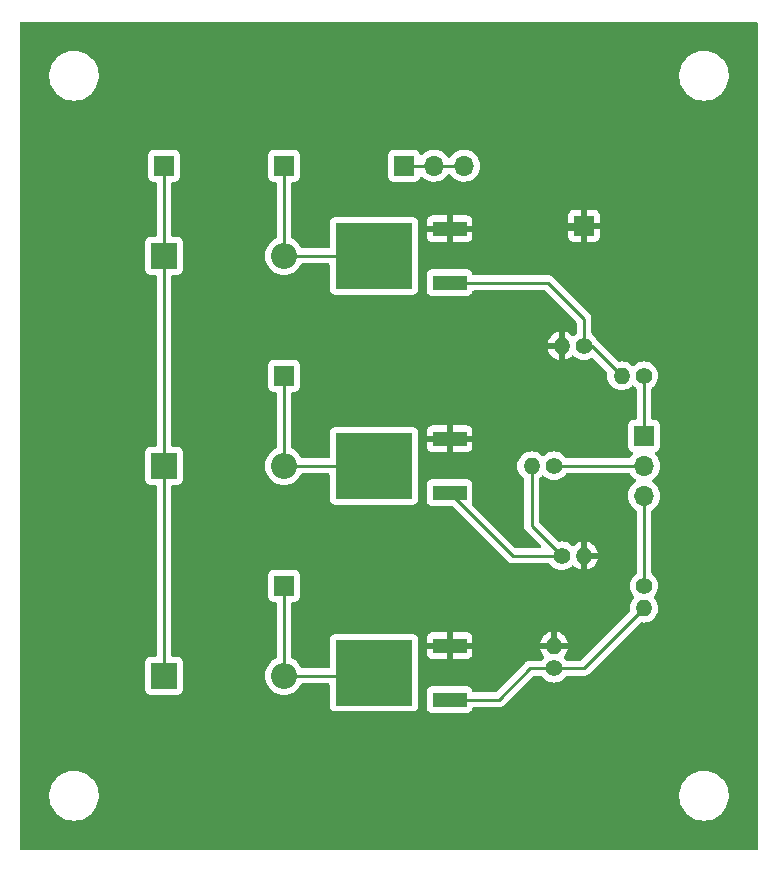
<source format=gbr>
%TF.GenerationSoftware,KiCad,Pcbnew,(6.0.1-0)*%
%TF.CreationDate,2022-02-23T15:31:50-05:00*%
%TF.ProjectId,PCB - Controls,50434220-2d20-4436-9f6e-74726f6c732e,rev?*%
%TF.SameCoordinates,Original*%
%TF.FileFunction,Copper,L1,Top*%
%TF.FilePolarity,Positive*%
%FSLAX46Y46*%
G04 Gerber Fmt 4.6, Leading zero omitted, Abs format (unit mm)*
G04 Created by KiCad (PCBNEW (6.0.1-0)) date 2022-02-23 15:31:50*
%MOMM*%
%LPD*%
G01*
G04 APERTURE LIST*
%TA.AperFunction,ComponentPad*%
%ADD10C,1.400000*%
%TD*%
%TA.AperFunction,ComponentPad*%
%ADD11O,1.400000X1.400000*%
%TD*%
%TA.AperFunction,ComponentPad*%
%ADD12R,1.700000X1.700000*%
%TD*%
%TA.AperFunction,ComponentPad*%
%ADD13O,1.700000X1.700000*%
%TD*%
%TA.AperFunction,ComponentPad*%
%ADD14R,2.200000X2.200000*%
%TD*%
%TA.AperFunction,ComponentPad*%
%ADD15O,2.200000X2.200000*%
%TD*%
%TA.AperFunction,SMDPad,CuDef*%
%ADD16R,2.850000X1.250000*%
%TD*%
%TA.AperFunction,SMDPad,CuDef*%
%ADD17R,6.500000X5.550000*%
%TD*%
%TA.AperFunction,Conductor*%
%ADD18C,0.250000*%
%TD*%
G04 APERTURE END LIST*
D10*
%TO.P,R6,1*%
%TO.N,Net-(J1-Pad2)*%
X162560000Y-86360000D03*
D11*
%TO.P,R6,2*%
%TO.N,Net-(Q2-Pad1)*%
X160660000Y-86360000D03*
%TD*%
D10*
%TO.P,R5,1*%
%TO.N,Net-(J1-Pad1)*%
X170180000Y-78740000D03*
D11*
%TO.P,R5,2*%
%TO.N,Net-(Q1-Pad1)*%
X168280000Y-78740000D03*
%TD*%
D10*
%TO.P,R4,1*%
%TO.N,Net-(J1-Pad3)*%
X170180000Y-96520000D03*
D11*
%TO.P,R4,2*%
%TO.N,Net-(Q3-Pad1)*%
X170180000Y-98420000D03*
%TD*%
D12*
%TO.P,J6,1,Pin_1*%
%TO.N,Net-(D1-Pad1)*%
X149860000Y-60960000D03*
D13*
%TO.P,J6,2,Pin_2*%
X152400000Y-60960000D03*
%TO.P,J6,3,Pin_3*%
X154940000Y-60960000D03*
%TD*%
D14*
%TO.P,D2,1,K*%
%TO.N,Net-(D1-Pad1)*%
X129540000Y-86360000D03*
D15*
%TO.P,D2,2,A*%
%TO.N,Net-(D2-Pad2)*%
X139700000Y-86360000D03*
%TD*%
D10*
%TO.P,R1,1*%
%TO.N,Net-(Q1-Pad1)*%
X165100000Y-76200000D03*
D11*
%TO.P,R1,2*%
%TO.N,GND*%
X163200000Y-76200000D03*
%TD*%
D12*
%TO.P,J2,1,Pin_1*%
%TO.N,Net-(D1-Pad2)*%
X139700000Y-60960000D03*
%TD*%
D16*
%TO.P,Q1,1*%
%TO.N,Net-(Q1-Pad1)*%
X153720000Y-70860000D03*
D17*
%TO.P,Q1,2*%
%TO.N,Net-(D1-Pad2)*%
X147320000Y-68580000D03*
D16*
%TO.P,Q1,3*%
%TO.N,GND*%
X153720000Y-66300000D03*
%TD*%
D14*
%TO.P,D3,1,K*%
%TO.N,Net-(D1-Pad1)*%
X129540000Y-104140000D03*
D15*
%TO.P,D3,2,A*%
%TO.N,Net-(D3-Pad2)*%
X139700000Y-104140000D03*
%TD*%
D10*
%TO.P,R2,1*%
%TO.N,Net-(Q2-Pad1)*%
X163200000Y-93980000D03*
D11*
%TO.P,R2,2*%
%TO.N,GND*%
X165100000Y-93980000D03*
%TD*%
D14*
%TO.P,D1,1,K*%
%TO.N,Net-(D1-Pad1)*%
X129540000Y-68580000D03*
D15*
%TO.P,D1,2,A*%
%TO.N,Net-(D1-Pad2)*%
X139700000Y-68580000D03*
%TD*%
D10*
%TO.P,R3,1*%
%TO.N,Net-(Q3-Pad1)*%
X162560000Y-103500000D03*
D11*
%TO.P,R3,2*%
%TO.N,GND*%
X162560000Y-101600000D03*
%TD*%
D12*
%TO.P,J8,1,Pin_1*%
%TO.N,GND*%
X165100000Y-66040000D03*
%TD*%
%TO.P,J4,1,Pin_1*%
%TO.N,Net-(D3-Pad2)*%
X139700000Y-96520000D03*
%TD*%
%TO.P,J5,1,Pin_1*%
%TO.N,Net-(D1-Pad1)*%
X129540000Y-60960000D03*
%TD*%
D16*
%TO.P,Q3,1*%
%TO.N,Net-(Q3-Pad1)*%
X153720000Y-106160000D03*
D17*
%TO.P,Q3,2*%
%TO.N,Net-(D3-Pad2)*%
X147320000Y-103880000D03*
D16*
%TO.P,Q3,3*%
%TO.N,GND*%
X153720000Y-101600000D03*
%TD*%
%TO.P,Q2,1*%
%TO.N,Net-(Q2-Pad1)*%
X153720000Y-88640000D03*
D17*
%TO.P,Q2,2*%
%TO.N,Net-(D2-Pad2)*%
X147320000Y-86360000D03*
D16*
%TO.P,Q2,3*%
%TO.N,GND*%
X153720000Y-84080000D03*
%TD*%
D12*
%TO.P,J3,1,Pin_1*%
%TO.N,Net-(D2-Pad2)*%
X139700000Y-78740000D03*
%TD*%
%TO.P,J1,1,Pin_1*%
%TO.N,Net-(J1-Pad1)*%
X170180000Y-83820000D03*
D13*
%TO.P,J1,2,Pin_2*%
%TO.N,Net-(J1-Pad2)*%
X170180000Y-86360000D03*
%TO.P,J1,3,Pin_3*%
%TO.N,Net-(J1-Pad3)*%
X170180000Y-88900000D03*
%TD*%
D18*
%TO.N,Net-(D1-Pad1)*%
X152400000Y-60960000D02*
X154940000Y-60960000D01*
X149860000Y-60960000D02*
X152400000Y-60960000D01*
%TO.N,Net-(Q2-Pad1)*%
X163200000Y-93980000D02*
X160660000Y-91440000D01*
X160660000Y-91440000D02*
X160660000Y-86360000D01*
%TO.N,Net-(J1-Pad2)*%
X170180000Y-86360000D02*
X162560000Y-86360000D01*
%TO.N,Net-(Q1-Pad1)*%
X168280000Y-78740000D02*
X165740000Y-76200000D01*
X165740000Y-76200000D02*
X165100000Y-76200000D01*
%TO.N,Net-(J1-Pad1)*%
X170180000Y-83820000D02*
X170180000Y-78740000D01*
%TO.N,Net-(J1-Pad3)*%
X170180000Y-96520000D02*
X170180000Y-88900000D01*
%TO.N,Net-(Q3-Pad1)*%
X162560000Y-103500000D02*
X165100000Y-103500000D01*
X165100000Y-103500000D02*
X170180000Y-98420000D01*
%TO.N,Net-(D1-Pad1)*%
X129540000Y-86360000D02*
X129540000Y-104140000D01*
%TO.N,Net-(Q1-Pad1)*%
X165100000Y-76200000D02*
X165100000Y-73920000D01*
X165100000Y-73920000D02*
X162040000Y-70860000D01*
X162040000Y-70860000D02*
X153720000Y-70860000D01*
%TO.N,Net-(Q3-Pad1)*%
X153720000Y-106160000D02*
X157880000Y-106160000D01*
X157880000Y-106160000D02*
X160540000Y-103500000D01*
X160540000Y-103500000D02*
X162560000Y-103500000D01*
%TO.N,Net-(D3-Pad2)*%
X139700000Y-104140000D02*
X147060000Y-104140000D01*
X147060000Y-104140000D02*
X147320000Y-103880000D01*
X139700000Y-96520000D02*
X139700000Y-104140000D01*
%TO.N,Net-(D2-Pad2)*%
X139700000Y-86360000D02*
X147320000Y-86360000D01*
X139700000Y-78740000D02*
X139700000Y-86360000D01*
%TO.N,Net-(D1-Pad1)*%
X129540000Y-68580000D02*
X129540000Y-86360000D01*
%TO.N,Net-(Q2-Pad1)*%
X163200000Y-93980000D02*
X159060000Y-93980000D01*
X159060000Y-93980000D02*
X153720000Y-88640000D01*
%TO.N,GND*%
X165100000Y-93980000D02*
X165100000Y-96520000D01*
X165100000Y-96520000D02*
X162560000Y-99060000D01*
X162560000Y-99060000D02*
X162560000Y-101600000D01*
X163200000Y-76200000D02*
X160020000Y-76200000D01*
X160020000Y-76200000D02*
X153720000Y-82500000D01*
X153720000Y-82500000D02*
X153720000Y-84080000D01*
%TO.N,Net-(D1-Pad2)*%
X139700000Y-60960000D02*
X139700000Y-68580000D01*
X139700000Y-68580000D02*
X147320000Y-68580000D01*
%TO.N,GND*%
X164840000Y-66300000D02*
X153720000Y-66300000D01*
X164840000Y-66300000D02*
X165100000Y-66040000D01*
X153720000Y-101600000D02*
X162560000Y-101600000D01*
%TO.N,Net-(D1-Pad1)*%
X129540000Y-60960000D02*
X129540000Y-68580000D01*
%TD*%
%TA.AperFunction,Conductor*%
%TO.N,GND*%
G36*
X179774121Y-48788002D02*
G01*
X179820614Y-48841658D01*
X179832000Y-48894000D01*
X179832000Y-118746000D01*
X179811998Y-118814121D01*
X179758342Y-118860614D01*
X179706000Y-118872000D01*
X117474000Y-118872000D01*
X117405879Y-118851998D01*
X117359386Y-118798342D01*
X117348000Y-118746000D01*
X117348000Y-114432703D01*
X119810743Y-114432703D01*
X119848268Y-114717734D01*
X119924129Y-114995036D01*
X120036923Y-115259476D01*
X120184561Y-115506161D01*
X120364313Y-115730528D01*
X120572851Y-115928423D01*
X120806317Y-116096186D01*
X120810112Y-116098195D01*
X120810113Y-116098196D01*
X120831869Y-116109715D01*
X121060392Y-116230712D01*
X121330373Y-116329511D01*
X121611264Y-116390755D01*
X121639841Y-116393004D01*
X121834282Y-116408307D01*
X121834291Y-116408307D01*
X121836739Y-116408500D01*
X121992271Y-116408500D01*
X121994407Y-116408354D01*
X121994418Y-116408354D01*
X122202548Y-116394165D01*
X122202554Y-116394164D01*
X122206825Y-116393873D01*
X122211020Y-116393004D01*
X122211022Y-116393004D01*
X122347584Y-116364723D01*
X122488342Y-116335574D01*
X122759343Y-116239607D01*
X123014812Y-116107750D01*
X123018313Y-116105289D01*
X123018317Y-116105287D01*
X123132418Y-116025095D01*
X123250023Y-115942441D01*
X123460622Y-115746740D01*
X123642713Y-115524268D01*
X123792927Y-115279142D01*
X123908483Y-115015898D01*
X123987244Y-114739406D01*
X124027751Y-114454784D01*
X124027845Y-114436951D01*
X124027867Y-114432703D01*
X173150743Y-114432703D01*
X173188268Y-114717734D01*
X173264129Y-114995036D01*
X173376923Y-115259476D01*
X173524561Y-115506161D01*
X173704313Y-115730528D01*
X173912851Y-115928423D01*
X174146317Y-116096186D01*
X174150112Y-116098195D01*
X174150113Y-116098196D01*
X174171869Y-116109715D01*
X174400392Y-116230712D01*
X174670373Y-116329511D01*
X174951264Y-116390755D01*
X174979841Y-116393004D01*
X175174282Y-116408307D01*
X175174291Y-116408307D01*
X175176739Y-116408500D01*
X175332271Y-116408500D01*
X175334407Y-116408354D01*
X175334418Y-116408354D01*
X175542548Y-116394165D01*
X175542554Y-116394164D01*
X175546825Y-116393873D01*
X175551020Y-116393004D01*
X175551022Y-116393004D01*
X175687584Y-116364723D01*
X175828342Y-116335574D01*
X176099343Y-116239607D01*
X176354812Y-116107750D01*
X176358313Y-116105289D01*
X176358317Y-116105287D01*
X176472418Y-116025095D01*
X176590023Y-115942441D01*
X176800622Y-115746740D01*
X176982713Y-115524268D01*
X177132927Y-115279142D01*
X177248483Y-115015898D01*
X177327244Y-114739406D01*
X177367751Y-114454784D01*
X177367845Y-114436951D01*
X177369235Y-114171583D01*
X177369235Y-114171576D01*
X177369257Y-114167297D01*
X177331732Y-113882266D01*
X177255871Y-113604964D01*
X177143077Y-113340524D01*
X176995439Y-113093839D01*
X176815687Y-112869472D01*
X176607149Y-112671577D01*
X176373683Y-112503814D01*
X176351843Y-112492250D01*
X176328654Y-112479972D01*
X176119608Y-112369288D01*
X175849627Y-112270489D01*
X175568736Y-112209245D01*
X175537685Y-112206801D01*
X175345718Y-112191693D01*
X175345709Y-112191693D01*
X175343261Y-112191500D01*
X175187729Y-112191500D01*
X175185593Y-112191646D01*
X175185582Y-112191646D01*
X174977452Y-112205835D01*
X174977446Y-112205836D01*
X174973175Y-112206127D01*
X174968980Y-112206996D01*
X174968978Y-112206996D01*
X174832417Y-112235276D01*
X174691658Y-112264426D01*
X174420657Y-112360393D01*
X174165188Y-112492250D01*
X174161687Y-112494711D01*
X174161683Y-112494713D01*
X174151594Y-112501804D01*
X173929977Y-112657559D01*
X173719378Y-112853260D01*
X173537287Y-113075732D01*
X173387073Y-113320858D01*
X173271517Y-113584102D01*
X173192756Y-113860594D01*
X173152249Y-114145216D01*
X173152227Y-114149505D01*
X173152226Y-114149512D01*
X173150765Y-114428417D01*
X173150743Y-114432703D01*
X124027867Y-114432703D01*
X124029235Y-114171583D01*
X124029235Y-114171576D01*
X124029257Y-114167297D01*
X123991732Y-113882266D01*
X123915871Y-113604964D01*
X123803077Y-113340524D01*
X123655439Y-113093839D01*
X123475687Y-112869472D01*
X123267149Y-112671577D01*
X123033683Y-112503814D01*
X123011843Y-112492250D01*
X122988654Y-112479972D01*
X122779608Y-112369288D01*
X122509627Y-112270489D01*
X122228736Y-112209245D01*
X122197685Y-112206801D01*
X122005718Y-112191693D01*
X122005709Y-112191693D01*
X122003261Y-112191500D01*
X121847729Y-112191500D01*
X121845593Y-112191646D01*
X121845582Y-112191646D01*
X121637452Y-112205835D01*
X121637446Y-112205836D01*
X121633175Y-112206127D01*
X121628980Y-112206996D01*
X121628978Y-112206996D01*
X121492417Y-112235276D01*
X121351658Y-112264426D01*
X121080657Y-112360393D01*
X120825188Y-112492250D01*
X120821687Y-112494711D01*
X120821683Y-112494713D01*
X120811594Y-112501804D01*
X120589977Y-112657559D01*
X120379378Y-112853260D01*
X120197287Y-113075732D01*
X120047073Y-113320858D01*
X119931517Y-113584102D01*
X119852756Y-113860594D01*
X119812249Y-114145216D01*
X119812227Y-114149505D01*
X119812226Y-114149512D01*
X119810765Y-114428417D01*
X119810743Y-114432703D01*
X117348000Y-114432703D01*
X117348000Y-105288134D01*
X127931500Y-105288134D01*
X127938255Y-105350316D01*
X127989385Y-105486705D01*
X128076739Y-105603261D01*
X128193295Y-105690615D01*
X128329684Y-105741745D01*
X128391866Y-105748500D01*
X130688134Y-105748500D01*
X130750316Y-105741745D01*
X130886705Y-105690615D01*
X131003261Y-105603261D01*
X131090615Y-105486705D01*
X131141745Y-105350316D01*
X131148500Y-105288134D01*
X131148500Y-104140000D01*
X138086526Y-104140000D01*
X138106391Y-104392403D01*
X138107545Y-104397210D01*
X138107546Y-104397216D01*
X138143610Y-104547434D01*
X138165495Y-104638591D01*
X138167388Y-104643162D01*
X138167389Y-104643164D01*
X138253594Y-104851280D01*
X138262384Y-104872502D01*
X138394672Y-105088376D01*
X138559102Y-105280898D01*
X138751624Y-105445328D01*
X138967498Y-105577616D01*
X138972068Y-105579509D01*
X138972072Y-105579511D01*
X139042401Y-105608642D01*
X139201409Y-105674505D01*
X139268513Y-105690615D01*
X139442784Y-105732454D01*
X139442790Y-105732455D01*
X139447597Y-105733609D01*
X139700000Y-105753474D01*
X139952403Y-105733609D01*
X139957210Y-105732455D01*
X139957216Y-105732454D01*
X140131487Y-105690615D01*
X140198591Y-105674505D01*
X140357599Y-105608642D01*
X140427928Y-105579511D01*
X140427932Y-105579509D01*
X140432502Y-105577616D01*
X140648376Y-105445328D01*
X140840898Y-105280898D01*
X141005328Y-105088376D01*
X141137616Y-104872502D01*
X141139512Y-104867925D01*
X141146407Y-104851280D01*
X141190956Y-104796000D01*
X141262815Y-104773500D01*
X143435500Y-104773500D01*
X143503621Y-104793502D01*
X143550114Y-104847158D01*
X143561500Y-104899500D01*
X143561500Y-106703134D01*
X143568255Y-106765316D01*
X143619385Y-106901705D01*
X143706739Y-107018261D01*
X143823295Y-107105615D01*
X143959684Y-107156745D01*
X144021866Y-107163500D01*
X150618134Y-107163500D01*
X150680316Y-107156745D01*
X150816705Y-107105615D01*
X150933261Y-107018261D01*
X151020615Y-106901705D01*
X151046321Y-106833134D01*
X151786500Y-106833134D01*
X151793255Y-106895316D01*
X151844385Y-107031705D01*
X151931739Y-107148261D01*
X152048295Y-107235615D01*
X152184684Y-107286745D01*
X152246866Y-107293500D01*
X155193134Y-107293500D01*
X155255316Y-107286745D01*
X155391705Y-107235615D01*
X155508261Y-107148261D01*
X155595615Y-107031705D01*
X155641656Y-106908891D01*
X155643972Y-106902714D01*
X155643973Y-106902711D01*
X155646745Y-106895316D01*
X155647372Y-106889547D01*
X155682126Y-106828709D01*
X155745081Y-106795887D01*
X155769493Y-106793500D01*
X157801233Y-106793500D01*
X157812416Y-106794027D01*
X157819909Y-106795702D01*
X157827835Y-106795453D01*
X157827836Y-106795453D01*
X157887986Y-106793562D01*
X157891945Y-106793500D01*
X157919856Y-106793500D01*
X157923791Y-106793003D01*
X157923856Y-106792995D01*
X157935693Y-106792062D01*
X157967951Y-106791048D01*
X157971970Y-106790922D01*
X157979889Y-106790673D01*
X157999343Y-106785021D01*
X158018700Y-106781013D01*
X158030930Y-106779468D01*
X158030931Y-106779468D01*
X158038797Y-106778474D01*
X158046168Y-106775555D01*
X158046170Y-106775555D01*
X158079912Y-106762196D01*
X158091142Y-106758351D01*
X158125983Y-106748229D01*
X158125984Y-106748229D01*
X158133593Y-106746018D01*
X158140412Y-106741985D01*
X158140417Y-106741983D01*
X158151028Y-106735707D01*
X158168776Y-106727012D01*
X158187617Y-106719552D01*
X158223387Y-106693564D01*
X158233307Y-106687048D01*
X158264535Y-106668580D01*
X158264538Y-106668578D01*
X158271362Y-106664542D01*
X158285683Y-106650221D01*
X158300717Y-106637380D01*
X158310694Y-106630131D01*
X158317107Y-106625472D01*
X158345298Y-106591395D01*
X158353288Y-106582616D01*
X160765500Y-104170405D01*
X160827812Y-104136379D01*
X160854595Y-104133500D01*
X161462685Y-104133500D01*
X161530806Y-104153502D01*
X161565898Y-104187230D01*
X161630699Y-104279776D01*
X161780224Y-104429301D01*
X161953442Y-104550589D01*
X161958420Y-104552910D01*
X161958423Y-104552912D01*
X162131843Y-104633779D01*
X162145090Y-104639956D01*
X162150398Y-104641378D01*
X162150400Y-104641379D01*
X162344030Y-104693262D01*
X162344032Y-104693262D01*
X162349345Y-104694686D01*
X162560000Y-104713116D01*
X162770655Y-104694686D01*
X162775968Y-104693262D01*
X162775970Y-104693262D01*
X162969600Y-104641379D01*
X162969602Y-104641378D01*
X162974910Y-104639956D01*
X162988157Y-104633779D01*
X163161577Y-104552912D01*
X163161580Y-104552910D01*
X163166558Y-104550589D01*
X163339776Y-104429301D01*
X163489301Y-104279776D01*
X163554102Y-104187230D01*
X163609559Y-104142901D01*
X163657315Y-104133500D01*
X165021233Y-104133500D01*
X165032416Y-104134027D01*
X165039909Y-104135702D01*
X165047835Y-104135453D01*
X165047836Y-104135453D01*
X165107986Y-104133562D01*
X165111945Y-104133500D01*
X165139856Y-104133500D01*
X165143791Y-104133003D01*
X165143856Y-104132995D01*
X165155693Y-104132062D01*
X165187951Y-104131048D01*
X165191970Y-104130922D01*
X165199889Y-104130673D01*
X165219343Y-104125021D01*
X165238700Y-104121013D01*
X165250930Y-104119468D01*
X165250931Y-104119468D01*
X165258797Y-104118474D01*
X165266168Y-104115555D01*
X165266170Y-104115555D01*
X165299912Y-104102196D01*
X165311142Y-104098351D01*
X165345983Y-104088229D01*
X165345984Y-104088229D01*
X165353593Y-104086018D01*
X165360412Y-104081985D01*
X165360417Y-104081983D01*
X165371028Y-104075707D01*
X165388776Y-104067012D01*
X165407617Y-104059552D01*
X165443387Y-104033564D01*
X165453307Y-104027048D01*
X165484535Y-104008580D01*
X165484538Y-104008578D01*
X165491362Y-104004542D01*
X165505683Y-103990221D01*
X165520717Y-103977380D01*
X165530694Y-103970131D01*
X165537107Y-103965472D01*
X165565298Y-103931395D01*
X165573288Y-103922616D01*
X169848462Y-99647443D01*
X169910774Y-99613417D01*
X169959439Y-99612453D01*
X169964039Y-99613264D01*
X169969345Y-99614686D01*
X169974812Y-99615164D01*
X169974816Y-99615165D01*
X170174525Y-99632637D01*
X170180000Y-99633116D01*
X170390655Y-99614686D01*
X170395968Y-99613262D01*
X170395970Y-99613262D01*
X170589600Y-99561379D01*
X170589602Y-99561378D01*
X170594910Y-99559956D01*
X170599892Y-99557633D01*
X170781577Y-99472912D01*
X170781580Y-99472910D01*
X170786558Y-99470589D01*
X170959776Y-99349301D01*
X171109301Y-99199776D01*
X171230589Y-99026558D01*
X171319956Y-98834910D01*
X171342296Y-98751538D01*
X171373262Y-98635970D01*
X171373262Y-98635968D01*
X171374686Y-98630655D01*
X171393116Y-98420000D01*
X171374686Y-98209345D01*
X171319956Y-98005090D01*
X171317633Y-98000108D01*
X171232912Y-97818423D01*
X171232910Y-97818420D01*
X171230589Y-97813442D01*
X171109301Y-97640224D01*
X171028172Y-97559095D01*
X170994146Y-97496783D01*
X170999211Y-97425968D01*
X171028172Y-97380905D01*
X171109301Y-97299776D01*
X171230589Y-97126558D01*
X171319956Y-96934910D01*
X171374686Y-96730655D01*
X171393116Y-96520000D01*
X171374686Y-96309345D01*
X171319956Y-96105090D01*
X171230589Y-95913442D01*
X171109301Y-95740224D01*
X170959776Y-95590699D01*
X170867230Y-95525898D01*
X170822901Y-95470441D01*
X170813500Y-95422685D01*
X170813500Y-90180427D01*
X170833502Y-90112306D01*
X170874618Y-90072550D01*
X170877994Y-90070896D01*
X171059860Y-89941173D01*
X171218096Y-89783489D01*
X171277594Y-89700689D01*
X171345435Y-89606277D01*
X171348453Y-89602077D01*
X171391881Y-89514208D01*
X171445136Y-89406453D01*
X171445137Y-89406451D01*
X171447430Y-89401811D01*
X171512370Y-89188069D01*
X171541529Y-88966590D01*
X171543156Y-88900000D01*
X171524852Y-88677361D01*
X171470431Y-88460702D01*
X171381354Y-88255840D01*
X171341906Y-88194862D01*
X171262822Y-88072617D01*
X171262820Y-88072614D01*
X171260014Y-88068277D01*
X171109670Y-87903051D01*
X171105619Y-87899852D01*
X171105615Y-87899848D01*
X170938414Y-87767800D01*
X170938410Y-87767798D01*
X170934359Y-87764598D01*
X170893053Y-87741796D01*
X170843084Y-87691364D01*
X170828312Y-87621921D01*
X170853428Y-87555516D01*
X170880780Y-87528909D01*
X170925316Y-87497142D01*
X171059860Y-87401173D01*
X171218096Y-87243489D01*
X171348453Y-87062077D01*
X171352611Y-87053665D01*
X171445136Y-86866453D01*
X171445137Y-86866451D01*
X171447430Y-86861811D01*
X171512370Y-86648069D01*
X171541529Y-86426590D01*
X171543156Y-86360000D01*
X171524852Y-86137361D01*
X171470431Y-85920702D01*
X171381354Y-85715840D01*
X171271385Y-85545854D01*
X171262822Y-85532617D01*
X171262820Y-85532614D01*
X171260014Y-85528277D01*
X171245047Y-85511828D01*
X171112798Y-85366488D01*
X171081746Y-85302642D01*
X171090141Y-85232143D01*
X171135317Y-85177375D01*
X171161761Y-85163706D01*
X171268297Y-85123767D01*
X171276705Y-85120615D01*
X171393261Y-85033261D01*
X171480615Y-84916705D01*
X171531745Y-84780316D01*
X171538500Y-84718134D01*
X171538500Y-82921866D01*
X171531745Y-82859684D01*
X171480615Y-82723295D01*
X171393261Y-82606739D01*
X171276705Y-82519385D01*
X171140316Y-82468255D01*
X171078134Y-82461500D01*
X170939500Y-82461500D01*
X170871379Y-82441498D01*
X170824886Y-82387842D01*
X170813500Y-82335500D01*
X170813500Y-79837315D01*
X170833502Y-79769194D01*
X170867230Y-79734102D01*
X170904915Y-79707715D01*
X170959776Y-79669301D01*
X171109301Y-79519776D01*
X171230589Y-79346558D01*
X171319956Y-79154910D01*
X171374686Y-78950655D01*
X171393116Y-78740000D01*
X171374686Y-78529345D01*
X171358992Y-78470773D01*
X171321379Y-78330400D01*
X171321378Y-78330398D01*
X171319956Y-78325090D01*
X171230589Y-78133442D01*
X171109301Y-77960224D01*
X170959776Y-77810699D01*
X170786558Y-77689411D01*
X170781580Y-77687090D01*
X170781577Y-77687088D01*
X170599892Y-77602367D01*
X170599891Y-77602366D01*
X170594910Y-77600044D01*
X170589602Y-77598622D01*
X170589600Y-77598621D01*
X170395970Y-77546738D01*
X170395968Y-77546738D01*
X170390655Y-77545314D01*
X170180000Y-77526884D01*
X169969345Y-77545314D01*
X169964032Y-77546738D01*
X169964030Y-77546738D01*
X169770400Y-77598621D01*
X169770398Y-77598622D01*
X169765090Y-77600044D01*
X169760109Y-77602366D01*
X169760108Y-77602367D01*
X169578423Y-77687088D01*
X169578420Y-77687090D01*
X169573442Y-77689411D01*
X169400224Y-77810699D01*
X169319095Y-77891828D01*
X169256783Y-77925854D01*
X169185968Y-77920789D01*
X169140905Y-77891828D01*
X169059776Y-77810699D01*
X168886558Y-77689411D01*
X168881580Y-77687090D01*
X168881577Y-77687088D01*
X168699892Y-77602367D01*
X168699891Y-77602366D01*
X168694910Y-77600044D01*
X168689602Y-77598622D01*
X168689600Y-77598621D01*
X168495970Y-77546738D01*
X168495968Y-77546738D01*
X168490655Y-77545314D01*
X168280000Y-77526884D01*
X168274525Y-77527363D01*
X168074816Y-77544835D01*
X168074812Y-77544836D01*
X168069345Y-77545314D01*
X168064039Y-77546736D01*
X168059439Y-77547547D01*
X167988879Y-77539679D01*
X167948462Y-77512557D01*
X166269758Y-75833853D01*
X166240874Y-75788517D01*
X166239956Y-75785090D01*
X166150589Y-75593442D01*
X166029301Y-75420224D01*
X165879776Y-75270699D01*
X165787230Y-75205898D01*
X165742901Y-75150441D01*
X165733500Y-75102685D01*
X165733500Y-73998768D01*
X165734027Y-73987585D01*
X165735702Y-73980092D01*
X165733562Y-73912001D01*
X165733500Y-73908044D01*
X165733500Y-73880144D01*
X165732996Y-73876153D01*
X165732063Y-73864311D01*
X165730923Y-73828036D01*
X165730674Y-73820111D01*
X165725021Y-73800652D01*
X165721012Y-73781293D01*
X165720846Y-73779983D01*
X165718474Y-73761203D01*
X165715558Y-73753837D01*
X165715556Y-73753831D01*
X165702200Y-73720098D01*
X165698355Y-73708868D01*
X165688230Y-73674017D01*
X165688230Y-73674016D01*
X165686019Y-73666407D01*
X165675705Y-73648966D01*
X165667008Y-73631213D01*
X165662472Y-73619758D01*
X165659552Y-73612383D01*
X165633563Y-73576612D01*
X165627047Y-73566692D01*
X165608578Y-73535463D01*
X165604542Y-73528638D01*
X165590221Y-73514317D01*
X165577380Y-73499283D01*
X165570131Y-73489306D01*
X165565472Y-73482893D01*
X165531395Y-73454702D01*
X165522616Y-73446712D01*
X162543652Y-70467747D01*
X162536112Y-70459461D01*
X162532000Y-70452982D01*
X162482342Y-70406350D01*
X162479500Y-70403595D01*
X162459770Y-70383865D01*
X162456573Y-70381385D01*
X162447551Y-70373680D01*
X162421100Y-70348841D01*
X162415321Y-70343414D01*
X162408375Y-70339595D01*
X162408372Y-70339593D01*
X162397566Y-70333652D01*
X162381047Y-70322801D01*
X162380583Y-70322441D01*
X162365041Y-70310386D01*
X162357772Y-70307241D01*
X162357768Y-70307238D01*
X162324463Y-70292826D01*
X162313813Y-70287609D01*
X162275060Y-70266305D01*
X162255437Y-70261267D01*
X162236734Y-70254863D01*
X162225420Y-70249967D01*
X162225419Y-70249967D01*
X162218145Y-70246819D01*
X162210322Y-70245580D01*
X162210312Y-70245577D01*
X162174476Y-70239901D01*
X162162856Y-70237495D01*
X162127711Y-70228472D01*
X162127710Y-70228472D01*
X162120030Y-70226500D01*
X162099776Y-70226500D01*
X162080065Y-70224949D01*
X162067886Y-70223020D01*
X162060057Y-70221780D01*
X162052165Y-70222526D01*
X162016039Y-70225941D01*
X162004181Y-70226500D01*
X155769493Y-70226500D01*
X155701372Y-70206498D01*
X155654879Y-70152842D01*
X155647457Y-70131237D01*
X155646745Y-70124684D01*
X155643972Y-70117285D01*
X155598767Y-69996703D01*
X155595615Y-69988295D01*
X155508261Y-69871739D01*
X155391705Y-69784385D01*
X155255316Y-69733255D01*
X155193134Y-69726500D01*
X152246866Y-69726500D01*
X152184684Y-69733255D01*
X152048295Y-69784385D01*
X151931739Y-69871739D01*
X151844385Y-69988295D01*
X151793255Y-70124684D01*
X151786500Y-70186866D01*
X151786500Y-71533134D01*
X151793255Y-71595316D01*
X151844385Y-71731705D01*
X151931739Y-71848261D01*
X152048295Y-71935615D01*
X152184684Y-71986745D01*
X152246866Y-71993500D01*
X155193134Y-71993500D01*
X155255316Y-71986745D01*
X155391705Y-71935615D01*
X155508261Y-71848261D01*
X155595615Y-71731705D01*
X155641656Y-71608891D01*
X155643972Y-71602714D01*
X155643973Y-71602711D01*
X155646745Y-71595316D01*
X155647372Y-71589547D01*
X155682126Y-71528709D01*
X155745081Y-71495887D01*
X155769493Y-71493500D01*
X161725406Y-71493500D01*
X161793527Y-71513502D01*
X161814501Y-71530405D01*
X164429595Y-74145499D01*
X164463621Y-74207811D01*
X164466500Y-74234594D01*
X164466500Y-75102685D01*
X164446498Y-75170806D01*
X164412770Y-75205898D01*
X164320224Y-75270699D01*
X164238741Y-75352182D01*
X164176429Y-75386208D01*
X164105614Y-75381143D01*
X164060551Y-75352182D01*
X163983350Y-75274981D01*
X163974942Y-75267925D01*
X163810811Y-75152998D01*
X163801323Y-75147521D01*
X163619727Y-75062842D01*
X163609423Y-75059092D01*
X163471497Y-75022134D01*
X163457401Y-75022470D01*
X163454000Y-75030412D01*
X163454000Y-77364439D01*
X163457973Y-77377970D01*
X163466522Y-77379199D01*
X163609423Y-77340908D01*
X163619727Y-77337158D01*
X163801323Y-77252479D01*
X163810811Y-77247002D01*
X163974942Y-77132075D01*
X163983350Y-77125019D01*
X164060551Y-77047818D01*
X164122863Y-77013792D01*
X164193678Y-77018857D01*
X164238741Y-77047818D01*
X164320224Y-77129301D01*
X164493442Y-77250589D01*
X164498420Y-77252910D01*
X164498423Y-77252912D01*
X164680108Y-77337633D01*
X164685090Y-77339956D01*
X164690398Y-77341378D01*
X164690400Y-77341379D01*
X164884030Y-77393262D01*
X164884032Y-77393262D01*
X164889345Y-77394686D01*
X165100000Y-77413116D01*
X165310655Y-77394686D01*
X165315968Y-77393262D01*
X165315970Y-77393262D01*
X165509600Y-77341379D01*
X165509602Y-77341378D01*
X165514910Y-77339956D01*
X165519892Y-77337633D01*
X165701573Y-77252914D01*
X165701577Y-77252912D01*
X165706558Y-77250589D01*
X165711064Y-77247434D01*
X165711069Y-77247431D01*
X165730604Y-77233753D01*
X165797878Y-77211066D01*
X165866738Y-77228352D01*
X165891968Y-77247872D01*
X167052557Y-78408461D01*
X167086583Y-78470773D01*
X167087548Y-78519437D01*
X167086738Y-78524029D01*
X167085314Y-78529345D01*
X167066884Y-78740000D01*
X167085314Y-78950655D01*
X167140044Y-79154910D01*
X167229411Y-79346558D01*
X167350699Y-79519776D01*
X167500224Y-79669301D01*
X167673442Y-79790589D01*
X167678420Y-79792910D01*
X167678423Y-79792912D01*
X167772338Y-79836705D01*
X167865090Y-79879956D01*
X167870398Y-79881378D01*
X167870400Y-79881379D01*
X168064030Y-79933262D01*
X168064032Y-79933262D01*
X168069345Y-79934686D01*
X168280000Y-79953116D01*
X168490655Y-79934686D01*
X168495968Y-79933262D01*
X168495970Y-79933262D01*
X168689600Y-79881379D01*
X168689602Y-79881378D01*
X168694910Y-79879956D01*
X168787662Y-79836705D01*
X168881577Y-79792912D01*
X168881580Y-79792910D01*
X168886558Y-79790589D01*
X169059776Y-79669301D01*
X169140905Y-79588172D01*
X169203217Y-79554146D01*
X169274032Y-79559211D01*
X169319095Y-79588172D01*
X169400224Y-79669301D01*
X169455085Y-79707715D01*
X169492770Y-79734102D01*
X169537099Y-79789559D01*
X169546500Y-79837315D01*
X169546500Y-82335500D01*
X169526498Y-82403621D01*
X169472842Y-82450114D01*
X169420500Y-82461500D01*
X169281866Y-82461500D01*
X169219684Y-82468255D01*
X169083295Y-82519385D01*
X168966739Y-82606739D01*
X168879385Y-82723295D01*
X168828255Y-82859684D01*
X168821500Y-82921866D01*
X168821500Y-84718134D01*
X168828255Y-84780316D01*
X168879385Y-84916705D01*
X168966739Y-85033261D01*
X169083295Y-85120615D01*
X169091704Y-85123767D01*
X169091705Y-85123768D01*
X169200451Y-85164535D01*
X169257216Y-85207176D01*
X169281916Y-85273738D01*
X169266709Y-85343087D01*
X169247316Y-85369568D01*
X169120629Y-85502138D01*
X169117715Y-85506410D01*
X169117714Y-85506411D01*
X169005095Y-85671504D01*
X168950184Y-85716507D01*
X168901007Y-85726500D01*
X163657315Y-85726500D01*
X163589194Y-85706498D01*
X163554102Y-85672770D01*
X163522402Y-85627498D01*
X163489301Y-85580224D01*
X163339776Y-85430699D01*
X163166558Y-85309411D01*
X163161580Y-85307090D01*
X163161577Y-85307088D01*
X162979892Y-85222367D01*
X162979891Y-85222366D01*
X162974910Y-85220044D01*
X162969602Y-85218622D01*
X162969600Y-85218621D01*
X162775970Y-85166738D01*
X162775968Y-85166738D01*
X162770655Y-85165314D01*
X162560000Y-85146884D01*
X162349345Y-85165314D01*
X162344032Y-85166738D01*
X162344030Y-85166738D01*
X162150400Y-85218621D01*
X162150398Y-85218622D01*
X162145090Y-85220044D01*
X162140109Y-85222366D01*
X162140108Y-85222367D01*
X161958423Y-85307088D01*
X161958420Y-85307090D01*
X161953442Y-85309411D01*
X161780224Y-85430699D01*
X161699095Y-85511828D01*
X161636783Y-85545854D01*
X161565968Y-85540789D01*
X161520905Y-85511828D01*
X161439776Y-85430699D01*
X161266558Y-85309411D01*
X161261580Y-85307090D01*
X161261577Y-85307088D01*
X161079892Y-85222367D01*
X161079891Y-85222366D01*
X161074910Y-85220044D01*
X161069602Y-85218622D01*
X161069600Y-85218621D01*
X160875970Y-85166738D01*
X160875968Y-85166738D01*
X160870655Y-85165314D01*
X160660000Y-85146884D01*
X160449345Y-85165314D01*
X160444032Y-85166738D01*
X160444030Y-85166738D01*
X160250400Y-85218621D01*
X160250398Y-85218622D01*
X160245090Y-85220044D01*
X160240109Y-85222366D01*
X160240108Y-85222367D01*
X160058423Y-85307088D01*
X160058420Y-85307090D01*
X160053442Y-85309411D01*
X159880224Y-85430699D01*
X159730699Y-85580224D01*
X159609411Y-85753442D01*
X159607090Y-85758420D01*
X159607088Y-85758423D01*
X159559065Y-85861409D01*
X159520044Y-85945090D01*
X159465314Y-86149345D01*
X159446884Y-86360000D01*
X159465314Y-86570655D01*
X159520044Y-86774910D01*
X159522366Y-86779891D01*
X159522367Y-86779892D01*
X159561198Y-86863164D01*
X159609411Y-86966558D01*
X159730699Y-87139776D01*
X159880224Y-87289301D01*
X159972770Y-87354102D01*
X160017099Y-87409559D01*
X160026500Y-87457315D01*
X160026500Y-91361233D01*
X160025973Y-91372416D01*
X160024298Y-91379909D01*
X160024547Y-91387835D01*
X160024547Y-91387836D01*
X160026438Y-91447986D01*
X160026500Y-91451945D01*
X160026500Y-91479856D01*
X160026997Y-91483790D01*
X160026997Y-91483791D01*
X160027005Y-91483856D01*
X160027938Y-91495693D01*
X160029327Y-91539889D01*
X160034978Y-91559339D01*
X160038987Y-91578700D01*
X160041526Y-91598797D01*
X160044445Y-91606168D01*
X160044445Y-91606170D01*
X160057804Y-91639912D01*
X160061649Y-91651142D01*
X160073982Y-91693593D01*
X160078015Y-91700412D01*
X160078017Y-91700417D01*
X160084293Y-91711028D01*
X160092988Y-91728776D01*
X160100448Y-91747617D01*
X160105110Y-91754033D01*
X160105110Y-91754034D01*
X160126436Y-91783387D01*
X160132952Y-91793307D01*
X160155458Y-91831362D01*
X160169779Y-91845683D01*
X160182619Y-91860716D01*
X160194528Y-91877107D01*
X160200634Y-91882158D01*
X160228605Y-91905298D01*
X160237384Y-91913288D01*
X161455501Y-93131405D01*
X161489527Y-93193717D01*
X161484462Y-93264532D01*
X161441915Y-93321368D01*
X161375395Y-93346179D01*
X161366406Y-93346500D01*
X159374595Y-93346500D01*
X159306474Y-93326498D01*
X159285500Y-93309595D01*
X155623240Y-89647335D01*
X155589214Y-89585023D01*
X155594279Y-89514208D01*
X155595124Y-89512360D01*
X155595615Y-89511705D01*
X155646745Y-89375316D01*
X155653500Y-89313134D01*
X155653500Y-87966866D01*
X155646745Y-87904684D01*
X155595615Y-87768295D01*
X155508261Y-87651739D01*
X155391705Y-87564385D01*
X155255316Y-87513255D01*
X155193134Y-87506500D01*
X152246866Y-87506500D01*
X152184684Y-87513255D01*
X152048295Y-87564385D01*
X151931739Y-87651739D01*
X151844385Y-87768295D01*
X151793255Y-87904684D01*
X151786500Y-87966866D01*
X151786500Y-89313134D01*
X151793255Y-89375316D01*
X151844385Y-89511705D01*
X151931739Y-89628261D01*
X152048295Y-89715615D01*
X152184684Y-89766745D01*
X152246866Y-89773500D01*
X153905406Y-89773500D01*
X153973527Y-89793502D01*
X153994501Y-89810405D01*
X158556343Y-94372247D01*
X158563887Y-94380537D01*
X158568000Y-94387018D01*
X158573777Y-94392443D01*
X158617667Y-94433658D01*
X158620509Y-94436413D01*
X158640230Y-94456134D01*
X158643425Y-94458612D01*
X158652447Y-94466318D01*
X158684679Y-94496586D01*
X158691628Y-94500406D01*
X158702432Y-94506346D01*
X158718956Y-94517199D01*
X158734959Y-94529613D01*
X158775543Y-94547176D01*
X158786173Y-94552383D01*
X158824940Y-94573695D01*
X158832617Y-94575666D01*
X158832622Y-94575668D01*
X158844558Y-94578732D01*
X158863266Y-94585137D01*
X158881855Y-94593181D01*
X158889680Y-94594420D01*
X158889682Y-94594421D01*
X158925519Y-94600097D01*
X158937140Y-94602504D01*
X158972289Y-94611528D01*
X158979970Y-94613500D01*
X159000231Y-94613500D01*
X159019940Y-94615051D01*
X159039943Y-94618219D01*
X159047835Y-94617473D01*
X159053062Y-94616979D01*
X159083954Y-94614059D01*
X159095811Y-94613500D01*
X162102685Y-94613500D01*
X162170806Y-94633502D01*
X162205898Y-94667230D01*
X162270699Y-94759776D01*
X162420224Y-94909301D01*
X162593442Y-95030589D01*
X162598420Y-95032910D01*
X162598423Y-95032912D01*
X162780108Y-95117633D01*
X162785090Y-95119956D01*
X162790398Y-95121378D01*
X162790400Y-95121379D01*
X162984030Y-95173262D01*
X162984032Y-95173262D01*
X162989345Y-95174686D01*
X163200000Y-95193116D01*
X163410655Y-95174686D01*
X163415968Y-95173262D01*
X163415970Y-95173262D01*
X163609600Y-95121379D01*
X163609602Y-95121378D01*
X163614910Y-95119956D01*
X163619892Y-95117633D01*
X163801577Y-95032912D01*
X163801580Y-95032910D01*
X163806558Y-95030589D01*
X163979776Y-94909301D01*
X164061259Y-94827818D01*
X164123571Y-94793792D01*
X164194386Y-94798857D01*
X164239449Y-94827818D01*
X164316650Y-94905019D01*
X164325058Y-94912075D01*
X164489189Y-95027002D01*
X164498677Y-95032479D01*
X164680273Y-95117158D01*
X164690577Y-95120908D01*
X164828503Y-95157866D01*
X164842599Y-95157530D01*
X164846000Y-95149588D01*
X164846000Y-95144439D01*
X165354000Y-95144439D01*
X165357973Y-95157970D01*
X165366522Y-95159199D01*
X165509423Y-95120908D01*
X165519727Y-95117158D01*
X165701323Y-95032479D01*
X165710811Y-95027002D01*
X165874942Y-94912075D01*
X165883350Y-94905019D01*
X166025019Y-94763350D01*
X166032075Y-94754942D01*
X166147002Y-94590811D01*
X166152479Y-94581323D01*
X166237158Y-94399727D01*
X166240908Y-94389423D01*
X166277866Y-94251497D01*
X166277530Y-94237401D01*
X166269588Y-94234000D01*
X165372115Y-94234000D01*
X165356876Y-94238475D01*
X165355671Y-94239865D01*
X165354000Y-94247548D01*
X165354000Y-95144439D01*
X164846000Y-95144439D01*
X164846000Y-93707885D01*
X165354000Y-93707885D01*
X165358475Y-93723124D01*
X165359865Y-93724329D01*
X165367548Y-93726000D01*
X166264439Y-93726000D01*
X166277970Y-93722027D01*
X166279199Y-93713478D01*
X166240908Y-93570577D01*
X166237158Y-93560273D01*
X166152479Y-93378677D01*
X166147002Y-93369189D01*
X166032075Y-93205058D01*
X166025019Y-93196650D01*
X165883350Y-93054981D01*
X165874942Y-93047925D01*
X165710811Y-92932998D01*
X165701323Y-92927521D01*
X165519727Y-92842842D01*
X165509423Y-92839092D01*
X165371497Y-92802134D01*
X165357401Y-92802470D01*
X165354000Y-92810412D01*
X165354000Y-93707885D01*
X164846000Y-93707885D01*
X164846000Y-92815561D01*
X164842027Y-92802030D01*
X164833478Y-92800801D01*
X164690577Y-92839092D01*
X164680273Y-92842842D01*
X164498677Y-92927521D01*
X164489189Y-92932998D01*
X164325058Y-93047925D01*
X164316650Y-93054981D01*
X164239449Y-93132182D01*
X164177137Y-93166208D01*
X164106322Y-93161143D01*
X164061259Y-93132182D01*
X163979776Y-93050699D01*
X163806558Y-92929411D01*
X163801580Y-92927090D01*
X163801577Y-92927088D01*
X163619892Y-92842367D01*
X163619891Y-92842366D01*
X163614910Y-92840044D01*
X163609602Y-92838622D01*
X163609600Y-92838621D01*
X163415970Y-92786738D01*
X163415968Y-92786738D01*
X163410655Y-92785314D01*
X163200000Y-92766884D01*
X163194525Y-92767363D01*
X162994816Y-92784835D01*
X162994812Y-92784836D01*
X162989345Y-92785314D01*
X162984039Y-92786736D01*
X162979439Y-92787547D01*
X162908879Y-92779679D01*
X162868462Y-92752557D01*
X161330405Y-91214500D01*
X161296379Y-91152188D01*
X161293500Y-91125405D01*
X161293500Y-87457315D01*
X161313502Y-87389194D01*
X161347230Y-87354102D01*
X161439776Y-87289301D01*
X161520905Y-87208172D01*
X161583217Y-87174146D01*
X161654032Y-87179211D01*
X161699095Y-87208172D01*
X161780224Y-87289301D01*
X161953442Y-87410589D01*
X161958420Y-87412910D01*
X161958423Y-87412912D01*
X162139055Y-87497142D01*
X162145090Y-87499956D01*
X162150398Y-87501378D01*
X162150400Y-87501379D01*
X162344030Y-87553262D01*
X162344032Y-87553262D01*
X162349345Y-87554686D01*
X162560000Y-87573116D01*
X162770655Y-87554686D01*
X162775968Y-87553262D01*
X162775970Y-87553262D01*
X162969600Y-87501379D01*
X162969602Y-87501378D01*
X162974910Y-87499956D01*
X162980945Y-87497142D01*
X163161577Y-87412912D01*
X163161580Y-87412910D01*
X163166558Y-87410589D01*
X163339776Y-87289301D01*
X163489301Y-87139776D01*
X163554102Y-87047230D01*
X163609559Y-87002901D01*
X163657315Y-86993500D01*
X168904274Y-86993500D01*
X168972395Y-87013502D01*
X169011707Y-87053665D01*
X169079987Y-87165088D01*
X169226250Y-87333938D01*
X169398126Y-87476632D01*
X169457849Y-87511531D01*
X169471445Y-87519476D01*
X169520169Y-87571114D01*
X169533240Y-87640897D01*
X169506509Y-87706669D01*
X169466055Y-87740027D01*
X169453607Y-87746507D01*
X169449474Y-87749610D01*
X169449471Y-87749612D01*
X169351380Y-87823261D01*
X169274965Y-87880635D01*
X169120629Y-88042138D01*
X168994743Y-88226680D01*
X168900688Y-88429305D01*
X168840989Y-88644570D01*
X168817251Y-88866695D01*
X168817548Y-88871848D01*
X168817548Y-88871851D01*
X168823011Y-88966590D01*
X168830110Y-89089715D01*
X168831247Y-89094761D01*
X168831248Y-89094767D01*
X168850393Y-89179717D01*
X168879222Y-89307639D01*
X168917461Y-89401811D01*
X168961144Y-89509389D01*
X168963266Y-89514616D01*
X168965965Y-89519020D01*
X169036407Y-89633971D01*
X169079987Y-89705088D01*
X169226250Y-89873938D01*
X169398126Y-90016632D01*
X169402593Y-90019242D01*
X169484070Y-90066853D01*
X169532794Y-90118491D01*
X169546500Y-90175641D01*
X169546500Y-95422685D01*
X169526498Y-95490806D01*
X169492770Y-95525898D01*
X169400224Y-95590699D01*
X169250699Y-95740224D01*
X169129411Y-95913442D01*
X169040044Y-96105090D01*
X168985314Y-96309345D01*
X168966884Y-96520000D01*
X168985314Y-96730655D01*
X169040044Y-96934910D01*
X169129411Y-97126558D01*
X169250699Y-97299776D01*
X169331828Y-97380905D01*
X169365854Y-97443217D01*
X169360789Y-97514032D01*
X169331828Y-97559095D01*
X169250699Y-97640224D01*
X169129411Y-97813442D01*
X169127090Y-97818420D01*
X169127088Y-97818423D01*
X169042367Y-98000108D01*
X169040044Y-98005090D01*
X168985314Y-98209345D01*
X168966884Y-98420000D01*
X168967363Y-98425475D01*
X168984835Y-98625175D01*
X168985314Y-98630655D01*
X168986736Y-98635961D01*
X168987547Y-98640561D01*
X168979679Y-98711121D01*
X168952557Y-98751538D01*
X164874500Y-102829595D01*
X164812188Y-102863621D01*
X164785405Y-102866500D01*
X163657315Y-102866500D01*
X163589194Y-102846498D01*
X163554102Y-102812770D01*
X163546353Y-102801703D01*
X163489301Y-102720224D01*
X163407818Y-102638741D01*
X163373792Y-102576429D01*
X163378857Y-102505614D01*
X163407818Y-102460551D01*
X163485019Y-102383350D01*
X163492075Y-102374942D01*
X163607002Y-102210811D01*
X163612479Y-102201323D01*
X163697158Y-102019727D01*
X163700908Y-102009423D01*
X163737866Y-101871497D01*
X163737530Y-101857401D01*
X163729588Y-101854000D01*
X161395561Y-101854000D01*
X161382030Y-101857973D01*
X161380801Y-101866522D01*
X161419092Y-102009423D01*
X161422842Y-102019727D01*
X161507521Y-102201323D01*
X161512998Y-102210811D01*
X161627925Y-102374942D01*
X161634981Y-102383350D01*
X161712182Y-102460551D01*
X161746208Y-102522863D01*
X161741143Y-102593678D01*
X161712182Y-102638741D01*
X161630699Y-102720224D01*
X161573647Y-102801703D01*
X161565898Y-102812770D01*
X161510441Y-102857099D01*
X161462685Y-102866500D01*
X160618767Y-102866500D01*
X160607584Y-102865973D01*
X160600091Y-102864298D01*
X160592165Y-102864547D01*
X160592164Y-102864547D01*
X160532014Y-102866438D01*
X160528055Y-102866500D01*
X160500144Y-102866500D01*
X160496210Y-102866997D01*
X160496209Y-102866997D01*
X160496144Y-102867005D01*
X160484307Y-102867938D01*
X160452049Y-102868952D01*
X160448030Y-102869078D01*
X160440111Y-102869327D01*
X160420657Y-102874979D01*
X160401300Y-102878987D01*
X160389070Y-102880532D01*
X160389069Y-102880532D01*
X160381203Y-102881526D01*
X160373832Y-102884445D01*
X160373830Y-102884445D01*
X160340088Y-102897804D01*
X160328858Y-102901649D01*
X160294017Y-102911771D01*
X160294016Y-102911771D01*
X160286407Y-102913982D01*
X160279588Y-102918015D01*
X160279583Y-102918017D01*
X160268972Y-102924293D01*
X160251224Y-102932988D01*
X160232383Y-102940448D01*
X160225967Y-102945110D01*
X160225966Y-102945110D01*
X160196613Y-102966436D01*
X160186693Y-102972952D01*
X160155465Y-102991420D01*
X160155462Y-102991422D01*
X160148638Y-102995458D01*
X160134317Y-103009779D01*
X160119284Y-103022619D01*
X160102893Y-103034528D01*
X160097842Y-103040634D01*
X160074702Y-103068605D01*
X160066712Y-103077384D01*
X157654500Y-105489595D01*
X157592188Y-105523621D01*
X157565405Y-105526500D01*
X155769493Y-105526500D01*
X155701372Y-105506498D01*
X155654879Y-105452842D01*
X155647457Y-105431237D01*
X155646745Y-105424684D01*
X155643972Y-105417285D01*
X155598767Y-105296703D01*
X155595615Y-105288295D01*
X155508261Y-105171739D01*
X155391705Y-105084385D01*
X155255316Y-105033255D01*
X155193134Y-105026500D01*
X152246866Y-105026500D01*
X152184684Y-105033255D01*
X152048295Y-105084385D01*
X151931739Y-105171739D01*
X151844385Y-105288295D01*
X151793255Y-105424684D01*
X151786500Y-105486866D01*
X151786500Y-106833134D01*
X151046321Y-106833134D01*
X151071745Y-106765316D01*
X151078500Y-106703134D01*
X151078500Y-102269669D01*
X151787001Y-102269669D01*
X151787371Y-102276490D01*
X151792895Y-102327352D01*
X151796521Y-102342604D01*
X151841676Y-102463054D01*
X151850214Y-102478649D01*
X151926715Y-102580724D01*
X151939276Y-102593285D01*
X152041351Y-102669786D01*
X152056946Y-102678324D01*
X152177394Y-102723478D01*
X152192649Y-102727105D01*
X152243514Y-102732631D01*
X152250328Y-102733000D01*
X153447885Y-102733000D01*
X153463124Y-102728525D01*
X153464329Y-102727135D01*
X153466000Y-102719452D01*
X153466000Y-102714884D01*
X153974000Y-102714884D01*
X153978475Y-102730123D01*
X153979865Y-102731328D01*
X153987548Y-102732999D01*
X155189669Y-102732999D01*
X155196490Y-102732629D01*
X155247352Y-102727105D01*
X155262604Y-102723479D01*
X155383054Y-102678324D01*
X155398649Y-102669786D01*
X155500724Y-102593285D01*
X155513285Y-102580724D01*
X155589786Y-102478649D01*
X155598324Y-102463054D01*
X155643478Y-102342606D01*
X155647105Y-102327351D01*
X155652631Y-102276486D01*
X155653000Y-102269672D01*
X155653000Y-101872115D01*
X155648525Y-101856876D01*
X155647135Y-101855671D01*
X155639452Y-101854000D01*
X153992115Y-101854000D01*
X153976876Y-101858475D01*
X153975671Y-101859865D01*
X153974000Y-101867548D01*
X153974000Y-102714884D01*
X153466000Y-102714884D01*
X153466000Y-101872115D01*
X153461525Y-101856876D01*
X153460135Y-101855671D01*
X153452452Y-101854000D01*
X151805116Y-101854000D01*
X151789877Y-101858475D01*
X151788672Y-101859865D01*
X151787001Y-101867548D01*
X151787001Y-102269669D01*
X151078500Y-102269669D01*
X151078500Y-101327885D01*
X151787000Y-101327885D01*
X151791475Y-101343124D01*
X151792865Y-101344329D01*
X151800548Y-101346000D01*
X153447885Y-101346000D01*
X153463124Y-101341525D01*
X153464329Y-101340135D01*
X153466000Y-101332452D01*
X153466000Y-101327885D01*
X153974000Y-101327885D01*
X153978475Y-101343124D01*
X153979865Y-101344329D01*
X153987548Y-101346000D01*
X155634884Y-101346000D01*
X155650123Y-101341525D01*
X155651328Y-101340135D01*
X155652999Y-101332452D01*
X155652999Y-101328503D01*
X161382134Y-101328503D01*
X161382470Y-101342599D01*
X161390412Y-101346000D01*
X162287885Y-101346000D01*
X162303124Y-101341525D01*
X162304329Y-101340135D01*
X162306000Y-101332452D01*
X162306000Y-101327885D01*
X162814000Y-101327885D01*
X162818475Y-101343124D01*
X162819865Y-101344329D01*
X162827548Y-101346000D01*
X163724439Y-101346000D01*
X163737970Y-101342027D01*
X163739199Y-101333478D01*
X163700908Y-101190577D01*
X163697158Y-101180273D01*
X163612479Y-100998677D01*
X163607002Y-100989189D01*
X163492075Y-100825058D01*
X163485019Y-100816650D01*
X163343350Y-100674981D01*
X163334942Y-100667925D01*
X163170811Y-100552998D01*
X163161323Y-100547521D01*
X162979727Y-100462842D01*
X162969423Y-100459092D01*
X162831497Y-100422134D01*
X162817401Y-100422470D01*
X162814000Y-100430412D01*
X162814000Y-101327885D01*
X162306000Y-101327885D01*
X162306000Y-100435561D01*
X162302027Y-100422030D01*
X162293478Y-100420801D01*
X162150577Y-100459092D01*
X162140273Y-100462842D01*
X161958677Y-100547521D01*
X161949189Y-100552998D01*
X161785058Y-100667925D01*
X161776650Y-100674981D01*
X161634981Y-100816650D01*
X161627925Y-100825058D01*
X161512998Y-100989189D01*
X161507521Y-100998677D01*
X161422842Y-101180273D01*
X161419092Y-101190577D01*
X161382134Y-101328503D01*
X155652999Y-101328503D01*
X155652999Y-100930331D01*
X155652629Y-100923510D01*
X155647105Y-100872648D01*
X155643479Y-100857396D01*
X155598324Y-100736946D01*
X155589786Y-100721351D01*
X155513285Y-100619276D01*
X155500724Y-100606715D01*
X155398649Y-100530214D01*
X155383054Y-100521676D01*
X155262606Y-100476522D01*
X155247351Y-100472895D01*
X155196486Y-100467369D01*
X155189672Y-100467000D01*
X153992115Y-100467000D01*
X153976876Y-100471475D01*
X153975671Y-100472865D01*
X153974000Y-100480548D01*
X153974000Y-101327885D01*
X153466000Y-101327885D01*
X153466000Y-100485116D01*
X153461525Y-100469877D01*
X153460135Y-100468672D01*
X153452452Y-100467001D01*
X152250331Y-100467001D01*
X152243510Y-100467371D01*
X152192648Y-100472895D01*
X152177396Y-100476521D01*
X152056946Y-100521676D01*
X152041351Y-100530214D01*
X151939276Y-100606715D01*
X151926715Y-100619276D01*
X151850214Y-100721351D01*
X151841676Y-100736946D01*
X151796522Y-100857394D01*
X151792895Y-100872649D01*
X151787369Y-100923514D01*
X151787000Y-100930328D01*
X151787000Y-101327885D01*
X151078500Y-101327885D01*
X151078500Y-101056866D01*
X151071745Y-100994684D01*
X151020615Y-100858295D01*
X150933261Y-100741739D01*
X150816705Y-100654385D01*
X150680316Y-100603255D01*
X150618134Y-100596500D01*
X144021866Y-100596500D01*
X143959684Y-100603255D01*
X143823295Y-100654385D01*
X143706739Y-100741739D01*
X143619385Y-100858295D01*
X143568255Y-100994684D01*
X143561500Y-101056866D01*
X143561500Y-103380500D01*
X143541498Y-103448621D01*
X143487842Y-103495114D01*
X143435500Y-103506500D01*
X141262815Y-103506500D01*
X141194694Y-103486498D01*
X141146407Y-103428720D01*
X141139512Y-103412075D01*
X141139511Y-103412073D01*
X141137616Y-103407498D01*
X141005328Y-103191624D01*
X140840898Y-102999102D01*
X140836632Y-102995458D01*
X140759620Y-102929684D01*
X140648376Y-102834672D01*
X140432502Y-102702384D01*
X140427925Y-102700488D01*
X140411280Y-102693593D01*
X140356000Y-102649044D01*
X140333500Y-102577185D01*
X140333500Y-98004500D01*
X140353502Y-97936379D01*
X140407158Y-97889886D01*
X140459500Y-97878500D01*
X140598134Y-97878500D01*
X140660316Y-97871745D01*
X140796705Y-97820615D01*
X140913261Y-97733261D01*
X141000615Y-97616705D01*
X141051745Y-97480316D01*
X141058500Y-97418134D01*
X141058500Y-95621866D01*
X141051745Y-95559684D01*
X141000615Y-95423295D01*
X140913261Y-95306739D01*
X140796705Y-95219385D01*
X140660316Y-95168255D01*
X140598134Y-95161500D01*
X138801866Y-95161500D01*
X138739684Y-95168255D01*
X138603295Y-95219385D01*
X138486739Y-95306739D01*
X138399385Y-95423295D01*
X138348255Y-95559684D01*
X138341500Y-95621866D01*
X138341500Y-97418134D01*
X138348255Y-97480316D01*
X138399385Y-97616705D01*
X138486739Y-97733261D01*
X138603295Y-97820615D01*
X138739684Y-97871745D01*
X138801866Y-97878500D01*
X138940500Y-97878500D01*
X139008621Y-97898502D01*
X139055114Y-97952158D01*
X139066500Y-98004500D01*
X139066500Y-102577185D01*
X139046498Y-102645306D01*
X138988720Y-102693593D01*
X138972075Y-102700488D01*
X138967498Y-102702384D01*
X138751624Y-102834672D01*
X138640380Y-102929684D01*
X138563369Y-102995458D01*
X138559102Y-102999102D01*
X138394672Y-103191624D01*
X138262384Y-103407498D01*
X138260491Y-103412068D01*
X138260489Y-103412072D01*
X138245350Y-103448621D01*
X138165495Y-103641409D01*
X138106391Y-103887597D01*
X138086526Y-104140000D01*
X131148500Y-104140000D01*
X131148500Y-102991866D01*
X131141745Y-102929684D01*
X131090615Y-102793295D01*
X131003261Y-102676739D01*
X130886705Y-102589385D01*
X130750316Y-102538255D01*
X130688134Y-102531500D01*
X130299500Y-102531500D01*
X130231379Y-102511498D01*
X130184886Y-102457842D01*
X130173500Y-102405500D01*
X130173500Y-88094500D01*
X130193502Y-88026379D01*
X130247158Y-87979886D01*
X130299500Y-87968500D01*
X130688134Y-87968500D01*
X130750316Y-87961745D01*
X130886705Y-87910615D01*
X131003261Y-87823261D01*
X131090615Y-87706705D01*
X131141745Y-87570316D01*
X131148500Y-87508134D01*
X131148500Y-86360000D01*
X138086526Y-86360000D01*
X138106391Y-86612403D01*
X138107545Y-86617210D01*
X138107546Y-86617216D01*
X138116143Y-86653023D01*
X138165495Y-86858591D01*
X138167388Y-86863162D01*
X138167389Y-86863164D01*
X138253594Y-87071280D01*
X138262384Y-87092502D01*
X138394672Y-87308376D01*
X138559102Y-87500898D01*
X138751624Y-87665328D01*
X138967498Y-87797616D01*
X138972068Y-87799509D01*
X138972072Y-87799511D01*
X139176948Y-87884373D01*
X139201409Y-87894505D01*
X139268513Y-87910615D01*
X139442784Y-87952454D01*
X139442790Y-87952455D01*
X139447597Y-87953609D01*
X139700000Y-87973474D01*
X139952403Y-87953609D01*
X139957210Y-87952455D01*
X139957216Y-87952454D01*
X140131487Y-87910615D01*
X140198591Y-87894505D01*
X140223052Y-87884373D01*
X140427928Y-87799511D01*
X140427932Y-87799509D01*
X140432502Y-87797616D01*
X140648376Y-87665328D01*
X140840898Y-87500898D01*
X141005328Y-87308376D01*
X141137616Y-87092502D01*
X141139512Y-87087925D01*
X141146407Y-87071280D01*
X141190956Y-87016000D01*
X141262815Y-86993500D01*
X143435500Y-86993500D01*
X143503621Y-87013502D01*
X143550114Y-87067158D01*
X143561500Y-87119500D01*
X143561500Y-89183134D01*
X143568255Y-89245316D01*
X143619385Y-89381705D01*
X143706739Y-89498261D01*
X143823295Y-89585615D01*
X143959684Y-89636745D01*
X144021866Y-89643500D01*
X150618134Y-89643500D01*
X150680316Y-89636745D01*
X150816705Y-89585615D01*
X150933261Y-89498261D01*
X151020615Y-89381705D01*
X151071745Y-89245316D01*
X151078500Y-89183134D01*
X151078500Y-84749669D01*
X151787001Y-84749669D01*
X151787371Y-84756490D01*
X151792895Y-84807352D01*
X151796521Y-84822604D01*
X151841676Y-84943054D01*
X151850214Y-84958649D01*
X151926715Y-85060724D01*
X151939276Y-85073285D01*
X152041351Y-85149786D01*
X152056946Y-85158324D01*
X152177394Y-85203478D01*
X152192649Y-85207105D01*
X152243514Y-85212631D01*
X152250328Y-85213000D01*
X153447885Y-85213000D01*
X153463124Y-85208525D01*
X153464329Y-85207135D01*
X153466000Y-85199452D01*
X153466000Y-85194884D01*
X153974000Y-85194884D01*
X153978475Y-85210123D01*
X153979865Y-85211328D01*
X153987548Y-85212999D01*
X155189669Y-85212999D01*
X155196490Y-85212629D01*
X155247352Y-85207105D01*
X155262604Y-85203479D01*
X155383054Y-85158324D01*
X155398649Y-85149786D01*
X155500724Y-85073285D01*
X155513285Y-85060724D01*
X155589786Y-84958649D01*
X155598324Y-84943054D01*
X155643478Y-84822606D01*
X155647105Y-84807351D01*
X155652631Y-84756486D01*
X155653000Y-84749672D01*
X155653000Y-84352115D01*
X155648525Y-84336876D01*
X155647135Y-84335671D01*
X155639452Y-84334000D01*
X153992115Y-84334000D01*
X153976876Y-84338475D01*
X153975671Y-84339865D01*
X153974000Y-84347548D01*
X153974000Y-85194884D01*
X153466000Y-85194884D01*
X153466000Y-84352115D01*
X153461525Y-84336876D01*
X153460135Y-84335671D01*
X153452452Y-84334000D01*
X151805116Y-84334000D01*
X151789877Y-84338475D01*
X151788672Y-84339865D01*
X151787001Y-84347548D01*
X151787001Y-84749669D01*
X151078500Y-84749669D01*
X151078500Y-83807885D01*
X151787000Y-83807885D01*
X151791475Y-83823124D01*
X151792865Y-83824329D01*
X151800548Y-83826000D01*
X153447885Y-83826000D01*
X153463124Y-83821525D01*
X153464329Y-83820135D01*
X153466000Y-83812452D01*
X153466000Y-83807885D01*
X153974000Y-83807885D01*
X153978475Y-83823124D01*
X153979865Y-83824329D01*
X153987548Y-83826000D01*
X155634884Y-83826000D01*
X155650123Y-83821525D01*
X155651328Y-83820135D01*
X155652999Y-83812452D01*
X155652999Y-83410331D01*
X155652629Y-83403510D01*
X155647105Y-83352648D01*
X155643479Y-83337396D01*
X155598324Y-83216946D01*
X155589786Y-83201351D01*
X155513285Y-83099276D01*
X155500724Y-83086715D01*
X155398649Y-83010214D01*
X155383054Y-83001676D01*
X155262606Y-82956522D01*
X155247351Y-82952895D01*
X155196486Y-82947369D01*
X155189672Y-82947000D01*
X153992115Y-82947000D01*
X153976876Y-82951475D01*
X153975671Y-82952865D01*
X153974000Y-82960548D01*
X153974000Y-83807885D01*
X153466000Y-83807885D01*
X153466000Y-82965116D01*
X153461525Y-82949877D01*
X153460135Y-82948672D01*
X153452452Y-82947001D01*
X152250331Y-82947001D01*
X152243510Y-82947371D01*
X152192648Y-82952895D01*
X152177396Y-82956521D01*
X152056946Y-83001676D01*
X152041351Y-83010214D01*
X151939276Y-83086715D01*
X151926715Y-83099276D01*
X151850214Y-83201351D01*
X151841676Y-83216946D01*
X151796522Y-83337394D01*
X151792895Y-83352649D01*
X151787369Y-83403514D01*
X151787000Y-83410328D01*
X151787000Y-83807885D01*
X151078500Y-83807885D01*
X151078500Y-83536866D01*
X151071745Y-83474684D01*
X151020615Y-83338295D01*
X150933261Y-83221739D01*
X150816705Y-83134385D01*
X150680316Y-83083255D01*
X150618134Y-83076500D01*
X144021866Y-83076500D01*
X143959684Y-83083255D01*
X143823295Y-83134385D01*
X143706739Y-83221739D01*
X143619385Y-83338295D01*
X143568255Y-83474684D01*
X143561500Y-83536866D01*
X143561500Y-85600500D01*
X143541498Y-85668621D01*
X143487842Y-85715114D01*
X143435500Y-85726500D01*
X141262815Y-85726500D01*
X141194694Y-85706498D01*
X141146407Y-85648720D01*
X141139512Y-85632075D01*
X141139511Y-85632073D01*
X141137616Y-85627498D01*
X141005328Y-85411624D01*
X140840898Y-85219102D01*
X140833322Y-85212631D01*
X140779588Y-85166738D01*
X140648376Y-85054672D01*
X140432502Y-84922384D01*
X140427925Y-84920488D01*
X140411280Y-84913593D01*
X140356000Y-84869044D01*
X140333500Y-84797185D01*
X140333500Y-80224500D01*
X140353502Y-80156379D01*
X140407158Y-80109886D01*
X140459500Y-80098500D01*
X140598134Y-80098500D01*
X140660316Y-80091745D01*
X140796705Y-80040615D01*
X140913261Y-79953261D01*
X141000615Y-79836705D01*
X141051745Y-79700316D01*
X141058500Y-79638134D01*
X141058500Y-77841866D01*
X141051745Y-77779684D01*
X141000615Y-77643295D01*
X140913261Y-77526739D01*
X140796705Y-77439385D01*
X140660316Y-77388255D01*
X140598134Y-77381500D01*
X138801866Y-77381500D01*
X138739684Y-77388255D01*
X138603295Y-77439385D01*
X138486739Y-77526739D01*
X138399385Y-77643295D01*
X138348255Y-77779684D01*
X138341500Y-77841866D01*
X138341500Y-79638134D01*
X138348255Y-79700316D01*
X138399385Y-79836705D01*
X138486739Y-79953261D01*
X138603295Y-80040615D01*
X138739684Y-80091745D01*
X138801866Y-80098500D01*
X138940500Y-80098500D01*
X139008621Y-80118502D01*
X139055114Y-80172158D01*
X139066500Y-80224500D01*
X139066500Y-84797185D01*
X139046498Y-84865306D01*
X138988720Y-84913593D01*
X138972075Y-84920488D01*
X138967498Y-84922384D01*
X138751624Y-85054672D01*
X138620412Y-85166738D01*
X138566679Y-85212631D01*
X138559102Y-85219102D01*
X138394672Y-85411624D01*
X138262384Y-85627498D01*
X138260491Y-85632068D01*
X138260489Y-85632072D01*
X138225515Y-85716507D01*
X138165495Y-85861409D01*
X138106391Y-86107597D01*
X138086526Y-86360000D01*
X131148500Y-86360000D01*
X131148500Y-85211866D01*
X131141745Y-85149684D01*
X131090615Y-85013295D01*
X131003261Y-84896739D01*
X130886705Y-84809385D01*
X130750316Y-84758255D01*
X130688134Y-84751500D01*
X130299500Y-84751500D01*
X130231379Y-84731498D01*
X130184886Y-84677842D01*
X130173500Y-84625500D01*
X130173500Y-76466522D01*
X162020801Y-76466522D01*
X162059092Y-76609423D01*
X162062842Y-76619727D01*
X162147521Y-76801323D01*
X162152998Y-76810811D01*
X162267925Y-76974942D01*
X162274981Y-76983350D01*
X162416650Y-77125019D01*
X162425058Y-77132075D01*
X162589189Y-77247002D01*
X162598677Y-77252479D01*
X162780273Y-77337158D01*
X162790577Y-77340908D01*
X162928503Y-77377866D01*
X162942599Y-77377530D01*
X162946000Y-77369588D01*
X162946000Y-76472115D01*
X162941525Y-76456876D01*
X162940135Y-76455671D01*
X162932452Y-76454000D01*
X162035561Y-76454000D01*
X162022030Y-76457973D01*
X162020801Y-76466522D01*
X130173500Y-76466522D01*
X130173500Y-75928503D01*
X162022134Y-75928503D01*
X162022470Y-75942599D01*
X162030412Y-75946000D01*
X162927885Y-75946000D01*
X162943124Y-75941525D01*
X162944329Y-75940135D01*
X162946000Y-75932452D01*
X162946000Y-75035561D01*
X162942027Y-75022030D01*
X162933478Y-75020801D01*
X162790577Y-75059092D01*
X162780273Y-75062842D01*
X162598677Y-75147521D01*
X162589189Y-75152998D01*
X162425058Y-75267925D01*
X162416650Y-75274981D01*
X162274981Y-75416650D01*
X162267925Y-75425058D01*
X162152998Y-75589189D01*
X162147521Y-75598677D01*
X162062842Y-75780273D01*
X162059092Y-75790577D01*
X162022134Y-75928503D01*
X130173500Y-75928503D01*
X130173500Y-70314500D01*
X130193502Y-70246379D01*
X130247158Y-70199886D01*
X130299500Y-70188500D01*
X130688134Y-70188500D01*
X130750316Y-70181745D01*
X130886705Y-70130615D01*
X131003261Y-70043261D01*
X131090615Y-69926705D01*
X131141745Y-69790316D01*
X131148500Y-69728134D01*
X131148500Y-68580000D01*
X138086526Y-68580000D01*
X138106391Y-68832403D01*
X138165495Y-69078591D01*
X138167388Y-69083162D01*
X138167389Y-69083164D01*
X138253594Y-69291280D01*
X138262384Y-69312502D01*
X138394672Y-69528376D01*
X138559102Y-69720898D01*
X138751624Y-69885328D01*
X138967498Y-70017616D01*
X138972068Y-70019509D01*
X138972072Y-70019511D01*
X139042401Y-70048642D01*
X139201409Y-70114505D01*
X139264472Y-70129645D01*
X139442784Y-70172454D01*
X139442790Y-70172455D01*
X139447597Y-70173609D01*
X139700000Y-70193474D01*
X139952403Y-70173609D01*
X139957210Y-70172455D01*
X139957216Y-70172454D01*
X140135528Y-70129645D01*
X140198591Y-70114505D01*
X140357599Y-70048642D01*
X140427928Y-70019511D01*
X140427932Y-70019509D01*
X140432502Y-70017616D01*
X140648376Y-69885328D01*
X140840898Y-69720898D01*
X141005328Y-69528376D01*
X141137616Y-69312502D01*
X141139512Y-69307925D01*
X141146407Y-69291280D01*
X141190956Y-69236000D01*
X141262815Y-69213500D01*
X143435500Y-69213500D01*
X143503621Y-69233502D01*
X143550114Y-69287158D01*
X143561500Y-69339500D01*
X143561500Y-71403134D01*
X143568255Y-71465316D01*
X143619385Y-71601705D01*
X143706739Y-71718261D01*
X143823295Y-71805615D01*
X143959684Y-71856745D01*
X144021866Y-71863500D01*
X150618134Y-71863500D01*
X150680316Y-71856745D01*
X150816705Y-71805615D01*
X150933261Y-71718261D01*
X151020615Y-71601705D01*
X151071745Y-71465316D01*
X151078500Y-71403134D01*
X151078500Y-66969669D01*
X151787001Y-66969669D01*
X151787371Y-66976490D01*
X151792895Y-67027352D01*
X151796521Y-67042604D01*
X151841676Y-67163054D01*
X151850214Y-67178649D01*
X151926715Y-67280724D01*
X151939276Y-67293285D01*
X152041351Y-67369786D01*
X152056946Y-67378324D01*
X152177394Y-67423478D01*
X152192649Y-67427105D01*
X152243514Y-67432631D01*
X152250328Y-67433000D01*
X153447885Y-67433000D01*
X153463124Y-67428525D01*
X153464329Y-67427135D01*
X153466000Y-67419452D01*
X153466000Y-67414884D01*
X153974000Y-67414884D01*
X153978475Y-67430123D01*
X153979865Y-67431328D01*
X153987548Y-67432999D01*
X155189669Y-67432999D01*
X155196490Y-67432629D01*
X155247352Y-67427105D01*
X155262604Y-67423479D01*
X155383054Y-67378324D01*
X155398649Y-67369786D01*
X155500724Y-67293285D01*
X155513285Y-67280724D01*
X155589786Y-67178649D01*
X155598324Y-67163054D01*
X155643478Y-67042606D01*
X155647105Y-67027351D01*
X155652631Y-66976486D01*
X155653000Y-66969672D01*
X155653000Y-66934669D01*
X163742001Y-66934669D01*
X163742371Y-66941490D01*
X163747895Y-66992352D01*
X163751521Y-67007604D01*
X163796676Y-67128054D01*
X163805214Y-67143649D01*
X163881715Y-67245724D01*
X163894276Y-67258285D01*
X163996351Y-67334786D01*
X164011946Y-67343324D01*
X164132394Y-67388478D01*
X164147649Y-67392105D01*
X164198514Y-67397631D01*
X164205328Y-67398000D01*
X164827885Y-67398000D01*
X164843124Y-67393525D01*
X164844329Y-67392135D01*
X164846000Y-67384452D01*
X164846000Y-67379884D01*
X165354000Y-67379884D01*
X165358475Y-67395123D01*
X165359865Y-67396328D01*
X165367548Y-67397999D01*
X165994669Y-67397999D01*
X166001490Y-67397629D01*
X166052352Y-67392105D01*
X166067604Y-67388479D01*
X166188054Y-67343324D01*
X166203649Y-67334786D01*
X166305724Y-67258285D01*
X166318285Y-67245724D01*
X166394786Y-67143649D01*
X166403324Y-67128054D01*
X166448478Y-67007606D01*
X166452105Y-66992351D01*
X166457631Y-66941486D01*
X166458000Y-66934672D01*
X166458000Y-66312115D01*
X166453525Y-66296876D01*
X166452135Y-66295671D01*
X166444452Y-66294000D01*
X165372115Y-66294000D01*
X165356876Y-66298475D01*
X165355671Y-66299865D01*
X165354000Y-66307548D01*
X165354000Y-67379884D01*
X164846000Y-67379884D01*
X164846000Y-66312115D01*
X164841525Y-66296876D01*
X164840135Y-66295671D01*
X164832452Y-66294000D01*
X163760116Y-66294000D01*
X163744877Y-66298475D01*
X163743672Y-66299865D01*
X163742001Y-66307548D01*
X163742001Y-66934669D01*
X155653000Y-66934669D01*
X155653000Y-66572115D01*
X155648525Y-66556876D01*
X155647135Y-66555671D01*
X155639452Y-66554000D01*
X153992115Y-66554000D01*
X153976876Y-66558475D01*
X153975671Y-66559865D01*
X153974000Y-66567548D01*
X153974000Y-67414884D01*
X153466000Y-67414884D01*
X153466000Y-66572115D01*
X153461525Y-66556876D01*
X153460135Y-66555671D01*
X153452452Y-66554000D01*
X151805116Y-66554000D01*
X151789877Y-66558475D01*
X151788672Y-66559865D01*
X151787001Y-66567548D01*
X151787001Y-66969669D01*
X151078500Y-66969669D01*
X151078500Y-66027885D01*
X151787000Y-66027885D01*
X151791475Y-66043124D01*
X151792865Y-66044329D01*
X151800548Y-66046000D01*
X153447885Y-66046000D01*
X153463124Y-66041525D01*
X153464329Y-66040135D01*
X153466000Y-66032452D01*
X153466000Y-66027885D01*
X153974000Y-66027885D01*
X153978475Y-66043124D01*
X153979865Y-66044329D01*
X153987548Y-66046000D01*
X155634884Y-66046000D01*
X155650123Y-66041525D01*
X155651328Y-66040135D01*
X155652999Y-66032452D01*
X155652999Y-65767885D01*
X163742000Y-65767885D01*
X163746475Y-65783124D01*
X163747865Y-65784329D01*
X163755548Y-65786000D01*
X164827885Y-65786000D01*
X164843124Y-65781525D01*
X164844329Y-65780135D01*
X164846000Y-65772452D01*
X164846000Y-65767885D01*
X165354000Y-65767885D01*
X165358475Y-65783124D01*
X165359865Y-65784329D01*
X165367548Y-65786000D01*
X166439884Y-65786000D01*
X166455123Y-65781525D01*
X166456328Y-65780135D01*
X166457999Y-65772452D01*
X166457999Y-65145331D01*
X166457629Y-65138510D01*
X166452105Y-65087648D01*
X166448479Y-65072396D01*
X166403324Y-64951946D01*
X166394786Y-64936351D01*
X166318285Y-64834276D01*
X166305724Y-64821715D01*
X166203649Y-64745214D01*
X166188054Y-64736676D01*
X166067606Y-64691522D01*
X166052351Y-64687895D01*
X166001486Y-64682369D01*
X165994672Y-64682000D01*
X165372115Y-64682000D01*
X165356876Y-64686475D01*
X165355671Y-64687865D01*
X165354000Y-64695548D01*
X165354000Y-65767885D01*
X164846000Y-65767885D01*
X164846000Y-64700116D01*
X164841525Y-64684877D01*
X164840135Y-64683672D01*
X164832452Y-64682001D01*
X164205331Y-64682001D01*
X164198510Y-64682371D01*
X164147648Y-64687895D01*
X164132396Y-64691521D01*
X164011946Y-64736676D01*
X163996351Y-64745214D01*
X163894276Y-64821715D01*
X163881715Y-64834276D01*
X163805214Y-64936351D01*
X163796676Y-64951946D01*
X163751522Y-65072394D01*
X163747895Y-65087649D01*
X163742369Y-65138514D01*
X163742000Y-65145328D01*
X163742000Y-65767885D01*
X155652999Y-65767885D01*
X155652999Y-65630331D01*
X155652629Y-65623510D01*
X155647105Y-65572648D01*
X155643479Y-65557396D01*
X155598324Y-65436946D01*
X155589786Y-65421351D01*
X155513285Y-65319276D01*
X155500724Y-65306715D01*
X155398649Y-65230214D01*
X155383054Y-65221676D01*
X155262606Y-65176522D01*
X155247351Y-65172895D01*
X155196486Y-65167369D01*
X155189672Y-65167000D01*
X153992115Y-65167000D01*
X153976876Y-65171475D01*
X153975671Y-65172865D01*
X153974000Y-65180548D01*
X153974000Y-66027885D01*
X153466000Y-66027885D01*
X153466000Y-65185116D01*
X153461525Y-65169877D01*
X153460135Y-65168672D01*
X153452452Y-65167001D01*
X152250331Y-65167001D01*
X152243510Y-65167371D01*
X152192648Y-65172895D01*
X152177396Y-65176521D01*
X152056946Y-65221676D01*
X152041351Y-65230214D01*
X151939276Y-65306715D01*
X151926715Y-65319276D01*
X151850214Y-65421351D01*
X151841676Y-65436946D01*
X151796522Y-65557394D01*
X151792895Y-65572649D01*
X151787369Y-65623514D01*
X151787000Y-65630328D01*
X151787000Y-66027885D01*
X151078500Y-66027885D01*
X151078500Y-65756866D01*
X151071745Y-65694684D01*
X151020615Y-65558295D01*
X150933261Y-65441739D01*
X150816705Y-65354385D01*
X150680316Y-65303255D01*
X150618134Y-65296500D01*
X144021866Y-65296500D01*
X143959684Y-65303255D01*
X143823295Y-65354385D01*
X143706739Y-65441739D01*
X143619385Y-65558295D01*
X143568255Y-65694684D01*
X143561500Y-65756866D01*
X143561500Y-67820500D01*
X143541498Y-67888621D01*
X143487842Y-67935114D01*
X143435500Y-67946500D01*
X141262815Y-67946500D01*
X141194694Y-67926498D01*
X141146407Y-67868720D01*
X141139512Y-67852075D01*
X141139511Y-67852073D01*
X141137616Y-67847498D01*
X141005328Y-67631624D01*
X140840898Y-67439102D01*
X140833322Y-67432631D01*
X140792342Y-67397631D01*
X140648376Y-67274672D01*
X140432502Y-67142384D01*
X140427925Y-67140488D01*
X140411280Y-67133593D01*
X140356000Y-67089044D01*
X140333500Y-67017185D01*
X140333500Y-62444500D01*
X140353502Y-62376379D01*
X140407158Y-62329886D01*
X140459500Y-62318500D01*
X140598134Y-62318500D01*
X140660316Y-62311745D01*
X140796705Y-62260615D01*
X140913261Y-62173261D01*
X141000615Y-62056705D01*
X141051745Y-61920316D01*
X141058500Y-61858134D01*
X148501500Y-61858134D01*
X148508255Y-61920316D01*
X148559385Y-62056705D01*
X148646739Y-62173261D01*
X148763295Y-62260615D01*
X148899684Y-62311745D01*
X148961866Y-62318500D01*
X150758134Y-62318500D01*
X150820316Y-62311745D01*
X150956705Y-62260615D01*
X151073261Y-62173261D01*
X151160615Y-62056705D01*
X151182799Y-61997529D01*
X151204598Y-61939382D01*
X151247240Y-61882618D01*
X151313802Y-61857918D01*
X151383150Y-61873126D01*
X151417817Y-61901114D01*
X151446250Y-61933938D01*
X151618126Y-62076632D01*
X151811000Y-62189338D01*
X152019692Y-62269030D01*
X152024760Y-62270061D01*
X152024763Y-62270062D01*
X152132017Y-62291883D01*
X152238597Y-62313567D01*
X152243772Y-62313757D01*
X152243774Y-62313757D01*
X152456673Y-62321564D01*
X152456677Y-62321564D01*
X152461837Y-62321753D01*
X152466957Y-62321097D01*
X152466959Y-62321097D01*
X152678288Y-62294025D01*
X152678289Y-62294025D01*
X152683416Y-62293368D01*
X152688366Y-62291883D01*
X152892429Y-62230661D01*
X152892434Y-62230659D01*
X152897384Y-62229174D01*
X153097994Y-62130896D01*
X153279860Y-62001173D01*
X153438096Y-61843489D01*
X153568453Y-61662077D01*
X153569774Y-61663026D01*
X153616663Y-61619849D01*
X153686600Y-61607628D01*
X153752042Y-61635158D01*
X153779874Y-61666995D01*
X153837285Y-61760680D01*
X153837290Y-61760687D01*
X153839987Y-61765088D01*
X153986250Y-61933938D01*
X154158126Y-62076632D01*
X154351000Y-62189338D01*
X154559692Y-62269030D01*
X154564760Y-62270061D01*
X154564763Y-62270062D01*
X154672017Y-62291883D01*
X154778597Y-62313567D01*
X154783772Y-62313757D01*
X154783774Y-62313757D01*
X154996673Y-62321564D01*
X154996677Y-62321564D01*
X155001837Y-62321753D01*
X155006957Y-62321097D01*
X155006959Y-62321097D01*
X155218288Y-62294025D01*
X155218289Y-62294025D01*
X155223416Y-62293368D01*
X155228366Y-62291883D01*
X155432429Y-62230661D01*
X155432434Y-62230659D01*
X155437384Y-62229174D01*
X155637994Y-62130896D01*
X155819860Y-62001173D01*
X155978096Y-61843489D01*
X156108453Y-61662077D01*
X156129324Y-61619849D01*
X156205136Y-61466453D01*
X156205137Y-61466451D01*
X156207430Y-61461811D01*
X156272370Y-61248069D01*
X156301529Y-61026590D01*
X156303156Y-60960000D01*
X156284852Y-60737361D01*
X156230431Y-60520702D01*
X156141354Y-60315840D01*
X156020014Y-60128277D01*
X155869670Y-59963051D01*
X155865619Y-59959852D01*
X155865615Y-59959848D01*
X155698414Y-59827800D01*
X155698410Y-59827798D01*
X155694359Y-59824598D01*
X155498789Y-59716638D01*
X155493920Y-59714914D01*
X155493916Y-59714912D01*
X155293087Y-59643795D01*
X155293083Y-59643794D01*
X155288212Y-59642069D01*
X155283119Y-59641162D01*
X155283116Y-59641161D01*
X155073373Y-59603800D01*
X155073367Y-59603799D01*
X155068284Y-59602894D01*
X154994452Y-59601992D01*
X154850081Y-59600228D01*
X154850079Y-59600228D01*
X154844911Y-59600165D01*
X154624091Y-59633955D01*
X154411756Y-59703357D01*
X154213607Y-59806507D01*
X154209474Y-59809610D01*
X154209471Y-59809612D01*
X154039100Y-59937530D01*
X154034965Y-59940635D01*
X154031393Y-59944373D01*
X153923729Y-60057037D01*
X153880629Y-60102138D01*
X153773201Y-60259621D01*
X153718293Y-60304621D01*
X153647768Y-60312792D01*
X153584021Y-60281538D01*
X153563324Y-60257054D01*
X153482822Y-60132617D01*
X153482820Y-60132614D01*
X153480014Y-60128277D01*
X153329670Y-59963051D01*
X153325619Y-59959852D01*
X153325615Y-59959848D01*
X153158414Y-59827800D01*
X153158410Y-59827798D01*
X153154359Y-59824598D01*
X152958789Y-59716638D01*
X152953920Y-59714914D01*
X152953916Y-59714912D01*
X152753087Y-59643795D01*
X152753083Y-59643794D01*
X152748212Y-59642069D01*
X152743119Y-59641162D01*
X152743116Y-59641161D01*
X152533373Y-59603800D01*
X152533367Y-59603799D01*
X152528284Y-59602894D01*
X152454452Y-59601992D01*
X152310081Y-59600228D01*
X152310079Y-59600228D01*
X152304911Y-59600165D01*
X152084091Y-59633955D01*
X151871756Y-59703357D01*
X151673607Y-59806507D01*
X151669474Y-59809610D01*
X151669471Y-59809612D01*
X151499100Y-59937530D01*
X151494965Y-59940635D01*
X151438537Y-59999684D01*
X151414283Y-60025064D01*
X151352759Y-60060494D01*
X151281846Y-60057037D01*
X151224060Y-60015791D01*
X151205207Y-59982243D01*
X151163767Y-59871703D01*
X151160615Y-59863295D01*
X151073261Y-59746739D01*
X150956705Y-59659385D01*
X150820316Y-59608255D01*
X150758134Y-59601500D01*
X148961866Y-59601500D01*
X148899684Y-59608255D01*
X148763295Y-59659385D01*
X148646739Y-59746739D01*
X148559385Y-59863295D01*
X148508255Y-59999684D01*
X148501500Y-60061866D01*
X148501500Y-61858134D01*
X141058500Y-61858134D01*
X141058500Y-60061866D01*
X141051745Y-59999684D01*
X141000615Y-59863295D01*
X140913261Y-59746739D01*
X140796705Y-59659385D01*
X140660316Y-59608255D01*
X140598134Y-59601500D01*
X138801866Y-59601500D01*
X138739684Y-59608255D01*
X138603295Y-59659385D01*
X138486739Y-59746739D01*
X138399385Y-59863295D01*
X138348255Y-59999684D01*
X138341500Y-60061866D01*
X138341500Y-61858134D01*
X138348255Y-61920316D01*
X138399385Y-62056705D01*
X138486739Y-62173261D01*
X138603295Y-62260615D01*
X138739684Y-62311745D01*
X138801866Y-62318500D01*
X138940500Y-62318500D01*
X139008621Y-62338502D01*
X139055114Y-62392158D01*
X139066500Y-62444500D01*
X139066500Y-67017185D01*
X139046498Y-67085306D01*
X138988720Y-67133593D01*
X138972075Y-67140488D01*
X138967498Y-67142384D01*
X138751624Y-67274672D01*
X138607658Y-67397631D01*
X138566679Y-67432631D01*
X138559102Y-67439102D01*
X138394672Y-67631624D01*
X138262384Y-67847498D01*
X138260491Y-67852068D01*
X138260489Y-67852072D01*
X138245350Y-67888621D01*
X138165495Y-68081409D01*
X138106391Y-68327597D01*
X138086526Y-68580000D01*
X131148500Y-68580000D01*
X131148500Y-67431866D01*
X131141745Y-67369684D01*
X131090615Y-67233295D01*
X131003261Y-67116739D01*
X130886705Y-67029385D01*
X130750316Y-66978255D01*
X130688134Y-66971500D01*
X130299500Y-66971500D01*
X130231379Y-66951498D01*
X130184886Y-66897842D01*
X130173500Y-66845500D01*
X130173500Y-62444500D01*
X130193502Y-62376379D01*
X130247158Y-62329886D01*
X130299500Y-62318500D01*
X130438134Y-62318500D01*
X130500316Y-62311745D01*
X130636705Y-62260615D01*
X130753261Y-62173261D01*
X130840615Y-62056705D01*
X130891745Y-61920316D01*
X130898500Y-61858134D01*
X130898500Y-60061866D01*
X130891745Y-59999684D01*
X130840615Y-59863295D01*
X130753261Y-59746739D01*
X130636705Y-59659385D01*
X130500316Y-59608255D01*
X130438134Y-59601500D01*
X128641866Y-59601500D01*
X128579684Y-59608255D01*
X128443295Y-59659385D01*
X128326739Y-59746739D01*
X128239385Y-59863295D01*
X128188255Y-59999684D01*
X128181500Y-60061866D01*
X128181500Y-61858134D01*
X128188255Y-61920316D01*
X128239385Y-62056705D01*
X128326739Y-62173261D01*
X128443295Y-62260615D01*
X128579684Y-62311745D01*
X128641866Y-62318500D01*
X128780500Y-62318500D01*
X128848621Y-62338502D01*
X128895114Y-62392158D01*
X128906500Y-62444500D01*
X128906500Y-66845500D01*
X128886498Y-66913621D01*
X128832842Y-66960114D01*
X128780500Y-66971500D01*
X128391866Y-66971500D01*
X128329684Y-66978255D01*
X128193295Y-67029385D01*
X128076739Y-67116739D01*
X127989385Y-67233295D01*
X127938255Y-67369684D01*
X127931500Y-67431866D01*
X127931500Y-69728134D01*
X127938255Y-69790316D01*
X127989385Y-69926705D01*
X128076739Y-70043261D01*
X128193295Y-70130615D01*
X128329684Y-70181745D01*
X128391866Y-70188500D01*
X128780500Y-70188500D01*
X128848621Y-70208502D01*
X128895114Y-70262158D01*
X128906500Y-70314500D01*
X128906500Y-84625500D01*
X128886498Y-84693621D01*
X128832842Y-84740114D01*
X128780500Y-84751500D01*
X128391866Y-84751500D01*
X128329684Y-84758255D01*
X128193295Y-84809385D01*
X128076739Y-84896739D01*
X127989385Y-85013295D01*
X127938255Y-85149684D01*
X127931500Y-85211866D01*
X127931500Y-87508134D01*
X127938255Y-87570316D01*
X127989385Y-87706705D01*
X128076739Y-87823261D01*
X128193295Y-87910615D01*
X128329684Y-87961745D01*
X128391866Y-87968500D01*
X128780500Y-87968500D01*
X128848621Y-87988502D01*
X128895114Y-88042158D01*
X128906500Y-88094500D01*
X128906500Y-102405500D01*
X128886498Y-102473621D01*
X128832842Y-102520114D01*
X128780500Y-102531500D01*
X128391866Y-102531500D01*
X128329684Y-102538255D01*
X128193295Y-102589385D01*
X128076739Y-102676739D01*
X127989385Y-102793295D01*
X127938255Y-102929684D01*
X127931500Y-102991866D01*
X127931500Y-105288134D01*
X117348000Y-105288134D01*
X117348000Y-53472703D01*
X119810743Y-53472703D01*
X119848268Y-53757734D01*
X119924129Y-54035036D01*
X120036923Y-54299476D01*
X120184561Y-54546161D01*
X120364313Y-54770528D01*
X120572851Y-54968423D01*
X120806317Y-55136186D01*
X120810112Y-55138195D01*
X120810113Y-55138196D01*
X120831869Y-55149715D01*
X121060392Y-55270712D01*
X121330373Y-55369511D01*
X121611264Y-55430755D01*
X121639841Y-55433004D01*
X121834282Y-55448307D01*
X121834291Y-55448307D01*
X121836739Y-55448500D01*
X121992271Y-55448500D01*
X121994407Y-55448354D01*
X121994418Y-55448354D01*
X122202548Y-55434165D01*
X122202554Y-55434164D01*
X122206825Y-55433873D01*
X122211020Y-55433004D01*
X122211022Y-55433004D01*
X122347584Y-55404723D01*
X122488342Y-55375574D01*
X122759343Y-55279607D01*
X123014812Y-55147750D01*
X123018313Y-55145289D01*
X123018317Y-55145287D01*
X123132418Y-55065095D01*
X123250023Y-54982441D01*
X123460622Y-54786740D01*
X123642713Y-54564268D01*
X123792927Y-54319142D01*
X123908483Y-54055898D01*
X123987244Y-53779406D01*
X124027751Y-53494784D01*
X124027845Y-53476951D01*
X124027867Y-53472703D01*
X173150743Y-53472703D01*
X173188268Y-53757734D01*
X173264129Y-54035036D01*
X173376923Y-54299476D01*
X173524561Y-54546161D01*
X173704313Y-54770528D01*
X173912851Y-54968423D01*
X174146317Y-55136186D01*
X174150112Y-55138195D01*
X174150113Y-55138196D01*
X174171869Y-55149715D01*
X174400392Y-55270712D01*
X174670373Y-55369511D01*
X174951264Y-55430755D01*
X174979841Y-55433004D01*
X175174282Y-55448307D01*
X175174291Y-55448307D01*
X175176739Y-55448500D01*
X175332271Y-55448500D01*
X175334407Y-55448354D01*
X175334418Y-55448354D01*
X175542548Y-55434165D01*
X175542554Y-55434164D01*
X175546825Y-55433873D01*
X175551020Y-55433004D01*
X175551022Y-55433004D01*
X175687584Y-55404723D01*
X175828342Y-55375574D01*
X176099343Y-55279607D01*
X176354812Y-55147750D01*
X176358313Y-55145289D01*
X176358317Y-55145287D01*
X176472418Y-55065095D01*
X176590023Y-54982441D01*
X176800622Y-54786740D01*
X176982713Y-54564268D01*
X177132927Y-54319142D01*
X177248483Y-54055898D01*
X177327244Y-53779406D01*
X177367751Y-53494784D01*
X177367845Y-53476951D01*
X177369235Y-53211583D01*
X177369235Y-53211576D01*
X177369257Y-53207297D01*
X177331732Y-52922266D01*
X177255871Y-52644964D01*
X177143077Y-52380524D01*
X176995439Y-52133839D01*
X176815687Y-51909472D01*
X176607149Y-51711577D01*
X176373683Y-51543814D01*
X176351843Y-51532250D01*
X176328654Y-51519972D01*
X176119608Y-51409288D01*
X175849627Y-51310489D01*
X175568736Y-51249245D01*
X175537685Y-51246801D01*
X175345718Y-51231693D01*
X175345709Y-51231693D01*
X175343261Y-51231500D01*
X175187729Y-51231500D01*
X175185593Y-51231646D01*
X175185582Y-51231646D01*
X174977452Y-51245835D01*
X174977446Y-51245836D01*
X174973175Y-51246127D01*
X174968980Y-51246996D01*
X174968978Y-51246996D01*
X174832417Y-51275276D01*
X174691658Y-51304426D01*
X174420657Y-51400393D01*
X174165188Y-51532250D01*
X174161687Y-51534711D01*
X174161683Y-51534713D01*
X174151594Y-51541804D01*
X173929977Y-51697559D01*
X173719378Y-51893260D01*
X173537287Y-52115732D01*
X173387073Y-52360858D01*
X173271517Y-52624102D01*
X173192756Y-52900594D01*
X173152249Y-53185216D01*
X173152227Y-53189505D01*
X173152226Y-53189512D01*
X173150765Y-53468417D01*
X173150743Y-53472703D01*
X124027867Y-53472703D01*
X124029235Y-53211583D01*
X124029235Y-53211576D01*
X124029257Y-53207297D01*
X123991732Y-52922266D01*
X123915871Y-52644964D01*
X123803077Y-52380524D01*
X123655439Y-52133839D01*
X123475687Y-51909472D01*
X123267149Y-51711577D01*
X123033683Y-51543814D01*
X123011843Y-51532250D01*
X122988654Y-51519972D01*
X122779608Y-51409288D01*
X122509627Y-51310489D01*
X122228736Y-51249245D01*
X122197685Y-51246801D01*
X122005718Y-51231693D01*
X122005709Y-51231693D01*
X122003261Y-51231500D01*
X121847729Y-51231500D01*
X121845593Y-51231646D01*
X121845582Y-51231646D01*
X121637452Y-51245835D01*
X121637446Y-51245836D01*
X121633175Y-51246127D01*
X121628980Y-51246996D01*
X121628978Y-51246996D01*
X121492417Y-51275276D01*
X121351658Y-51304426D01*
X121080657Y-51400393D01*
X120825188Y-51532250D01*
X120821687Y-51534711D01*
X120821683Y-51534713D01*
X120811594Y-51541804D01*
X120589977Y-51697559D01*
X120379378Y-51893260D01*
X120197287Y-52115732D01*
X120047073Y-52360858D01*
X119931517Y-52624102D01*
X119852756Y-52900594D01*
X119812249Y-53185216D01*
X119812227Y-53189505D01*
X119812226Y-53189512D01*
X119810765Y-53468417D01*
X119810743Y-53472703D01*
X117348000Y-53472703D01*
X117348000Y-48894000D01*
X117368002Y-48825879D01*
X117421658Y-48779386D01*
X117474000Y-48768000D01*
X179706000Y-48768000D01*
X179774121Y-48788002D01*
G37*
%TD.AperFunction*%
%TD*%
M02*

</source>
